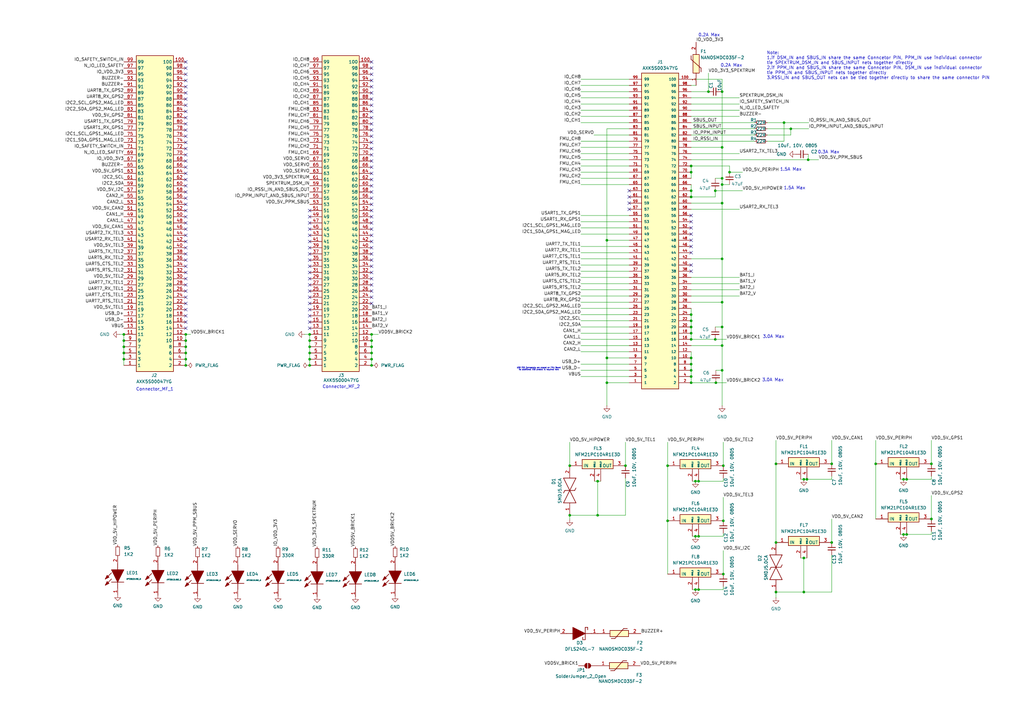
<source format=kicad_sch>
(kicad_sch (version 20250114) (generator "eeschema") (generator_version "9.0")
  (paper "A3")
  (lib_symbols
    (symbol "Device:C_Small" (pin_numbers (hide yes)) (pin_names (offset 0.254) (hide yes))
      (property "Reference" "C" (at 0.254 1.778 0))
      (property "Value" "C_Small" (at 0.254 -2.032 0))
      (symbol "C_Small_1_1"
        (pin passive line (at 0 2.54 270) (length 2.032) (name "~") (number "1"))
        (pin passive line (at 0 -2.54 90) (length 2.032) (name "~") (number "2"))
      )
    )
    (symbol "Device:R_Small" (pin_numbers (hide yes)) (pin_names (offset 0.254) (hide yes))
      (property "Reference" "R" (at 0 0 90))
      (property "Value" "R_Small" (at 1.778 0 90))
      (symbol "R_Small_1_1"
        (pin passive line (at 0 2.54 270) (length 0.762) (name "~") (number "1"))
        (pin passive line (at 0 -2.54 90) (length 0.762) (name "~") (number "2"))
      )
    )
    (symbol "Jumper:SolderJumper_2_Open" (pin_numbers (hide yes)) (pin_names (offset 0) (hide yes)) (in_bom no)
      (property "Reference" "JP" (at 0 2.032 0))
      (property "Value" "SolderJumper_2_Open" (at 0 -2.54 0))
      (symbol "SolderJumper_2_Open_1_1"
        (pin passive line (at -3.81 0 0) (length 2.54) (name "A") (number "1"))
        (pin passive line (at 3.81 0 180) (length 2.54) (name "B") (number "2"))
      )
    )
    (symbol "Samacsys_kicad_sym:APT2012LVBC_D" (pin_names (hide yes))
      (property "Reference" "LED" (at 12.7 8.89 0))
      (property "Value" "APT2012LVBC_D" (at 12.7 6.35 0))
      (symbol "APT2012LVBC_D_1_1"
        (pin passive line (at 0 0 0) (length 2.54) (name "K") (number "1"))
        (pin passive line (at 15.24 0 180) (length 2.54) (name "A") (number "2"))
      )
    )
    (symbol "Samacsys_kicad_sym:AXK5S00047YG"
      (property "Reference" "J" (at 21.59 7.62 0))
      (property "Value" "AXK5S00047YG" (at 21.59 5.08 0))
      (symbol "AXK5S00047YG_1_1"
        (pin passive line (at 0 0 0) (length 5.08) (name "1") (number "1"))
        (pin passive line (at 0 -2.54 0) (length 5.08) (name "3") (number "3"))
        (pin passive line (at 0 -5.08 0) (length 5.08) (name "5") (number "5"))
        (pin passive line (at 0 -7.62 0) (length 5.08) (name "7") (number "7"))
        (pin passive line (at 0 -10.16 0) (length 5.08) (name "9") (number "9"))
        (pin passive line (at 0 -12.7 0) (length 5.08) (name "11") (number "11"))
        (pin passive line (at 0 -15.24 0) (length 5.08) (name "13") (number "13"))
        (pin passive line (at 0 -17.78 0) (length 5.08) (name "15") (number "15"))
        (pin passive line (at 0 -20.32 0) (length 5.08) (name "17") (number "17"))
        (pin passive line (at 0 -22.86 0) (length 5.08) (name "19") (number "19"))
        (pin passive line (at 0 -25.4 0) (length 5.08) (name "21") (number "21"))
        (pin passive line (at 0 -27.94 0) (length 5.08) (name "23") (number "23"))
        (pin passive line (at 0 -30.48 0) (length 5.08) (name "25") (number "25"))
        (pin passive line (at 0 -33.02 0) (length 5.08) (name "27") (number "27"))
        (pin passive line (at 0 -35.56 0) (length 5.08) (name "29") (number "29"))
        (pin passive line (at 0 -38.1 0) (length 5.08) (name "31") (number "31"))
        (pin passive line (at 0 -40.64 0) (length 5.08) (name "33") (number "33"))
        (pin passive line (at 0 -43.18 0) (length 5.08) (name "35") (number "35"))
        (pin passive line (at 0 -45.72 0) (length 5.08) (name "37") (number "37"))
        (pin passive line (at 0 -48.26 0) (length 5.08) (name "39") (number "39"))
        (pin passive line (at 0 -50.8 0) (length 5.08) (name "41") (number "41"))
        (pin passive line (at 0 -53.34 0) (length 5.08) (name "43") (number "43"))
        (pin passive line (at 0 -55.88 0) (length 5.08) (name "45") (number "45"))
        (pin passive line (at 0 -58.42 0) (length 5.08) (name "47") (number "47"))
        (pin passive line (at 0 -60.96 0) (length 5.08) (name "49") (number "49"))
        (pin passive line (at 0 -63.5 0) (length 5.08) (name "51") (number "51"))
        (pin passive line (at 0 -66.04 0) (length 5.08) (name "53") (number "53"))
        (pin passive line (at 0 -68.58 0) (length 5.08) (name "55") (number "55"))
        (pin passive line (at 0 -71.12 0) (length 5.08) (name "57") (number "57"))
        (pin passive line (at 0 -73.66 0) (length 5.08) (name "59") (number "59"))
        (pin passive line (at 0 -76.2 0) (length 5.08) (name "61") (number "61"))
        (pin passive line (at 0 -78.74 0) (length 5.08) (name "63") (number "63"))
        (pin passive line (at 0 -81.28 0) (length 5.08) (name "65") (number "65"))
        (pin passive line (at 0 -83.82 0) (length 5.08) (name "67") (number "67"))
        (pin passive line (at 0 -86.36 0) (length 5.08) (name "69") (number "69"))
        (pin passive line (at 0 -88.9 0) (length 5.08) (name "71") (number "71"))
        (pin passive line (at 0 -91.44 0) (length 5.08) (name "73") (number "73"))
        (pin passive line (at 0 -93.98 0) (length 5.08) (name "75") (number "75"))
        (pin passive line (at 0 -96.52 0) (length 5.08) (name "77") (number "77"))
        (pin passive line (at 0 -99.06 0) (length 5.08) (name "79") (number "79"))
        (pin passive line (at 0 -101.6 0) (length 5.08) (name "81") (number "81"))
        (pin passive line (at 0 -104.14 0) (length 5.08) (name "83") (number "83"))
        (pin passive line (at 0 -106.68 0) (length 5.08) (name "85") (number "85"))
        (pin passive line (at 0 -109.22 0) (length 5.08) (name "87") (number "87"))
        (pin passive line (at 0 -111.76 0) (length 5.08) (name "89") (number "89"))
        (pin passive line (at 0 -114.3 0) (length 5.08) (name "91") (number "91"))
        (pin passive line (at 0 -116.84 0) (length 5.08) (name "93") (number "93"))
        (pin passive line (at 0 -119.38 0) (length 5.08) (name "95") (number "95"))
        (pin passive line (at 0 -121.92 0) (length 5.08) (name "97") (number "97"))
        (pin passive line (at 0 -124.46 0) (length 5.08) (name "99") (number "99"))
        (pin passive line (at 25.4 0 180) (length 5.08) (name "2") (number "2"))
        (pin passive line (at 25.4 -2.54 180) (length 5.08) (name "4") (number "4"))
        (pin passive line (at 25.4 -5.08 180) (length 5.08) (name "6") (number "6"))
        (pin passive line (at 25.4 -7.62 180) (length 5.08) (name "8") (number "8"))
        (pin passive line (at 25.4 -10.16 180) (length 5.08) (name "10") (number "10"))
        (pin passive line (at 25.4 -12.7 180) (length 5.08) (name "12") (number "12"))
        (pin passive line (at 25.4 -15.24 180) (length 5.08) (name "14") (number "14"))
        (pin passive line (at 25.4 -17.78 180) (length 5.08) (name "16") (number "16"))
        (pin passive line (at 25.4 -20.32 180) (length 5.08) (name "18") (number "18"))
        (pin passive line (at 25.4 -22.86 180) (length 5.08) (name "20") (number "20"))
        (pin passive line (at 25.4 -25.4 180) (length 5.08) (name "22") (number "22"))
        (pin passive line (at 25.4 -27.94 180) (length 5.08) (name "24") (number "24"))
        (pin passive line (at 25.4 -30.48 180) (length 5.08) (name "26") (number "26"))
        (pin passive line (at 25.4 -33.02 180) (length 5.08) (name "28") (number "28"))
        (pin passive line (at 25.4 -35.56 180) (length 5.08) (name "30") (number "30"))
        (pin passive line (at 25.4 -38.1 180) (length 5.08) (name "32") (number "32"))
        (pin passive line (at 25.4 -40.64 180) (length 5.08) (name "34") (number "34"))
        (pin passive line (at 25.4 -43.18 180) (length 5.08) (name "36") (number "36"))
        (pin passive line (at 25.4 -45.72 180) (length 5.08) (name "38") (number "38"))
        (pin passive line (at 25.4 -48.26 180) (length 5.08) (name "40") (number "40"))
        (pin passive line (at 25.4 -50.8 180) (length 5.08) (name "42") (number "42"))
        (pin passive line (at 25.4 -53.34 180) (length 5.08) (name "44") (number "44"))
        (pin passive line (at 25.4 -55.88 180) (length 5.08) (name "46") (number "46"))
        (pin passive line (at 25.4 -58.42 180) (length 5.08) (name "48") (number "48"))
        (pin passive line (at 25.4 -60.96 180) (length 5.08) (name "50") (number "50"))
        (pin passive line (at 25.4 -63.5 180) (length 5.08) (name "52") (number "52"))
        (pin passive line (at 25.4 -66.04 180) (length 5.08) (name "54") (number "54"))
        (pin passive line (at 25.4 -68.58 180) (length 5.08) (name "56") (number "56"))
        (pin passive line (at 25.4 -71.12 180) (length 5.08) (name "58") (number "58"))
        (pin passive line (at 25.4 -73.66 180) (length 5.08) (name "60") (number "60"))
        (pin passive line (at 25.4 -76.2 180) (length 5.08) (name "62") (number "62"))
        (pin passive line (at 25.4 -78.74 180) (length 5.08) (name "64") (number "64"))
        (pin passive line (at 25.4 -81.28 180) (length 5.08) (name "66") (number "66"))
        (pin passive line (at 25.4 -83.82 180) (length 5.08) (name "68") (number "68"))
        (pin passive line (at 25.4 -86.36 180) (length 5.08) (name "70") (number "70"))
        (pin passive line (at 25.4 -88.9 180) (length 5.08) (name "72") (number "72"))
        (pin passive line (at 25.4 -91.44 180) (length 5.08) (name "74") (number "74"))
        (pin passive line (at 25.4 -93.98 180) (length 5.08) (name "76") (number "76"))
        (pin passive line (at 25.4 -96.52 180) (length 5.08) (name "78") (number "78"))
        (pin passive line (at 25.4 -99.06 180) (length 5.08) (name "80") (number "80"))
        (pin passive line (at 25.4 -101.6 180) (length 5.08) (name "82") (number "82"))
        (pin passive line (at 25.4 -104.14 180) (length 5.08) (name "84") (number "84"))
        (pin passive line (at 25.4 -106.68 180) (length 5.08) (name "86") (number "86"))
        (pin passive line (at 25.4 -109.22 180) (length 5.08) (name "88") (number "88"))
        (pin passive line (at 25.4 -111.76 180) (length 5.08) (name "90") (number "90"))
        (pin passive line (at 25.4 -114.3 180) (length 5.08) (name "92") (number "92"))
        (pin passive line (at 25.4 -116.84 180) (length 5.08) (name "94") (number "94"))
        (pin passive line (at 25.4 -119.38 180) (length 5.08) (name "96") (number "96"))
        (pin passive line (at 25.4 -121.92 180) (length 5.08) (name "98") (number "98"))
        (pin passive line (at 25.4 -124.46 180) (length 5.08) (name "100") (number "100"))
      )
    )
    (symbol "Samacsys_kicad_sym:DFLS240L-7" (pin_names (hide yes))
      (property "Reference" "D" (at 12.7 8.89 0))
      (property "Value" "DFLS240L-7" (at 12.7 6.35 0))
      (symbol "DFLS240L-7_1_1"
        (pin passive line (at 2.54 0 0) (length 2.54) (name "K") (number "1"))
        (pin passive line (at 17.78 0 180) (length 2.54) (name "A") (number "2"))
      )
    )
    (symbol "Samacsys_kicad_sym:NANOSMDC035F-2" (pin_names (hide yes))
      (property "Reference" "F" (at 13.97 6.35 0))
      (property "Value" "NANOSMDC035F-2" (at 13.97 3.81 0))
      (symbol "NANOSMDC035F-2_1_1"
        (pin passive line (at 0 0 0) (length 5.08) (name "1") (number "1"))
        (pin passive line (at 17.78 0 180) (length 5.08) (name "2") (number "2"))
      )
    )
    (symbol "Samacsys_kicad_sym:NFM21PC104R1E3D"
      (property "Reference" "FL" (at 3.048 7.112 0))
      (property "Value" "NFM21PC104R1E3D" (at 3.048 4.572 0))
      (symbol "NFM21PC104R1E3D_1_1"
        (pin passive line (at 0 0 0) (length 5.08) (name "IN") (number "1"))
        (pin passive line (at 10.16 -6.35 90) (length 5.08) (name "GND_1") (number "2"))
        (pin passive line (at 12.7 -6.35 90) (length 5.08) (name "GND_2") (number "4"))
        (pin passive line (at 22.86 0 180) (length 5.08) (name "OUT") (number "3"))
      )
    )
    (symbol "Samacsys_kicad_sym:SMDJ5.0CA" (pin_names (hide yes))
      (property "Reference" "D" (at 12.7 8.89 0))
      (property "Value" "SMDJ5.0CA" (at 12.7 6.35 0))
      (symbol "SMDJ5.0CA_1_1"
        (pin passive line (at 0 0 0) (length 5.08) (name "1") (number "1"))
        (pin passive line (at 20.32 0 180) (length 5.08) (name "2") (number "2"))
      )
    )
    (symbol "Snapeda_kicad_sym:AXK5S00347YG" (pin_names (offset 1.016))
      (property "Reference" "J" (at 5.842 6.35 0))
      (property "Value" "AXK5S00347YG" (at 5.842 3.81 0))
      (symbol "AXK5S00347YG_0_0"
        (pin passive line (at 0 0 0) (length 5.08) (name "99") (number "99"))
        (pin passive line (at 0 -2.54 0) (length 5.08) (name "97") (number "97"))
        (pin passive line (at 0 -5.08 0) (length 5.08) (name "95") (number "95"))
        (pin passive line (at 0 -7.62 0) (length 5.08) (name "93") (number "93"))
        (pin passive line (at 0 -10.16 0) (length 5.08) (name "91") (number "91"))
        (pin passive line (at 0 -12.7 0) (length 5.08) (name "89") (number "89"))
        (pin passive line (at 0 -15.24 0) (length 5.08) (name "87") (number "87"))
        (pin passive line (at 0 -17.78 0) (length 5.08) (name "85") (number "85"))
        (pin passive line (at 0 -20.32 0) (length 5.08) (name "83") (number "83"))
        (pin passive line (at 0 -22.86 0) (length 5.08) (name "81") (number "81"))
        (pin passive line (at 0 -25.4 0) (length 5.08) (name "79") (number "79"))
        (pin passive line (at 0 -27.94 0) (length 5.08) (name "77") (number "77"))
        (pin passive line (at 0 -30.48 0) (length 5.08) (name "75") (number "75"))
        (pin passive line (at 0 -33.02 0) (length 5.08) (name "73") (number "73"))
        (pin passive line (at 0 -35.56 0) (length 5.08) (name "71") (number "71"))
        (pin passive line (at 0 -38.1 0) (length 5.08) (name "69") (number "69"))
        (pin passive line (at 0 -40.64 0) (length 5.08) (name "67") (number "67"))
        (pin passive line (at 0 -43.18 0) (length 5.08) (name "65") (number "65"))
        (pin passive line (at 0 -45.72 0) (length 5.08) (name "63") (number "63"))
        (pin passive line (at 0 -48.26 0) (length 5.08) (name "61") (number "61"))
        (pin passive line (at 0 -50.8 0) (length 5.08) (name "59") (number "59"))
        (pin passive line (at 0 -53.34 0) (length 5.08) (name "57") (number "57"))
        (pin passive line (at 0 -55.88 0) (length 5.08) (name "55") (number "55"))
        (pin passive line (at 0 -58.42 0) (length 5.08) (name "53") (number "53"))
        (pin passive line (at 0 -60.96 0) (length 5.08) (name "51") (number "51"))
        (pin passive line (at 0 -63.5 0) (length 5.08) (name "49") (number "49"))
        (pin passive line (at 0 -66.04 0) (length 5.08) (name "47") (number "47"))
        (pin passive line (at 0 -68.58 0) (length 5.08) (name "45") (number "45"))
        (pin passive line (at 0 -71.12 0) (length 5.08) (name "43") (number "43"))
        (pin passive line (at 0 -73.66 0) (length 5.08) (name "41") (number "41"))
        (pin passive line (at 0 -76.2 0) (length 5.08) (name "39") (number "39"))
        (pin passive line (at 0 -78.74 0) (length 5.08) (name "37") (number "37"))
        (pin passive line (at 0 -81.28 0) (length 5.08) (name "35") (number "35"))
        (pin passive line (at 0 -83.82 0) (length 5.08) (name "33") (number "33"))
        (pin passive line (at 0 -86.36 0) (length 5.08) (name "31") (number "31"))
        (pin passive line (at 0 -88.9 0) (length 5.08) (name "29") (number "29"))
        (pin passive line (at 0 -91.44 0) (length 5.08) (name "27") (number "27"))
        (pin passive line (at 0 -93.98 0) (length 5.08) (name "25") (number "25"))
        (pin passive line (at 0 -96.52 0) (length 5.08) (name "23") (number "23"))
        (pin passive line (at 0 -99.06 0) (length 5.08) (name "21") (number "21"))
        (pin passive line (at 0 -101.6 0) (length 5.08) (name "19") (number "19"))
        (pin passive line (at 0 -104.14 0) (length 5.08) (name "17") (number "17"))
        (pin passive line (at 0 -106.68 0) (length 5.08) (name "15") (number "15"))
        (pin passive line (at 0 -109.22 0) (length 5.08) (name "13") (number "13"))
        (pin passive line (at 0 -111.76 0) (length 5.08) (name "11") (number "11"))
        (pin passive line (at 0 -114.3 0) (length 5.08) (name "9") (number "9"))
        (pin passive line (at 0 -116.84 0) (length 5.08) (name "7") (number "7"))
        (pin passive line (at 0 -119.38 0) (length 5.08) (name "5") (number "5"))
        (pin passive line (at 0 -121.92 0) (length 5.08) (name "3") (number "3"))
        (pin passive line (at 0 -124.46 0) (length 5.08) (name "1") (number "1"))
        (pin passive line (at 25.4 0 180) (length 5.08) (name "100") (number "100"))
        (pin passive line (at 25.4 -2.54 180) (length 5.08) (name "98") (number "98"))
        (pin passive line (at 25.4 -5.08 180) (length 5.08) (name "96") (number "96"))
        (pin passive line (at 25.4 -7.62 180) (length 5.08) (name "94") (number "94"))
        (pin passive line (at 25.4 -10.16 180) (length 5.08) (name "92") (number "92"))
        (pin passive line (at 25.4 -12.7 180) (length 5.08) (name "90") (number "90"))
        (pin passive line (at 25.4 -15.24 180) (length 5.08) (name "88") (number "88"))
        (pin passive line (at 25.4 -17.78 180) (length 5.08) (name "86") (number "86"))
        (pin passive line (at 25.4 -20.32 180) (length 5.08) (name "84") (number "84"))
        (pin passive line (at 25.4 -22.86 180) (length 5.08) (name "82") (number "82"))
        (pin passive line (at 25.4 -25.4 180) (length 5.08) (name "80") (number "80"))
        (pin passive line (at 25.4 -27.94 180) (length 5.08) (name "78") (number "78"))
        (pin passive line (at 25.4 -30.48 180) (length 5.08) (name "76") (number "76"))
        (pin passive line (at 25.4 -33.02 180) (length 5.08) (name "74") (number "74"))
        (pin passive line (at 25.4 -35.56 180) (length 5.08) (name "72") (number "72"))
        (pin passive line (at 25.4 -38.1 180) (length 5.08) (name "70") (number "70"))
        (pin passive line (at 25.4 -40.64 180) (length 5.08) (name "68") (number "68"))
        (pin passive line (at 25.4 -43.18 180) (length 5.08) (name "66") (number "66"))
        (pin passive line (at 25.4 -45.72 180) (length 5.08) (name "64") (number "64"))
        (pin passive line (at 25.4 -48.26 180) (length 5.08) (name "62") (number "62"))
        (pin passive line (at 25.4 -50.8 180) (length 5.08) (name "60") (number "60"))
        (pin passive line (at 25.4 -53.34 180) (length 5.08) (name "58") (number "58"))
        (pin passive line (at 25.4 -55.88 180) (length 5.08) (name "56") (number "56"))
        (pin passive line (at 25.4 -58.42 180) (length 5.08) (name "54") (number "54"))
        (pin passive line (at 25.4 -60.96 180) (length 5.08) (name "52") (number "52"))
        (pin passive line (at 25.4 -63.5 180) (length 5.08) (name "50") (number "50"))
        (pin passive line (at 25.4 -66.04 180) (length 5.08) (name "48") (number "48"))
        (pin passive line (at 25.4 -68.58 180) (length 5.08) (name "46") (number "46"))
        (pin passive line (at 25.4 -71.12 180) (length 5.08) (name "44") (number "44"))
        (pin passive line (at 25.4 -73.66 180) (length 5.08) (name "42") (number "42"))
        (pin passive line (at 25.4 -76.2 180) (length 5.08) (name "40") (number "40"))
        (pin passive line (at 25.4 -78.74 180) (length 5.08) (name "38") (number "38"))
        (pin passive line (at 25.4 -81.28 180) (length 5.08) (name "36") (number "36"))
        (pin passive line (at 25.4 -83.82 180) (length 5.08) (name "34") (number "34"))
        (pin passive line (at 25.4 -86.36 180) (length 5.08) (name "32") (number "32"))
        (pin passive line (at 25.4 -88.9 180) (length 5.08) (name "30") (number "30"))
        (pin passive line (at 25.4 -91.44 180) (length 5.08) (name "28") (number "28"))
        (pin passive line (at 25.4 -93.98 180) (length 5.08) (name "26") (number "26"))
        (pin passive line (at 25.4 -96.52 180) (length 5.08) (name "24") (number "24"))
        (pin passive line (at 25.4 -99.06 180) (length 5.08) (name "22") (number "22"))
        (pin passive line (at 25.4 -101.6 180) (length 5.08) (name "20") (number "20"))
        (pin passive line (at 25.4 -104.14 180) (length 5.08) (name "18") (number "18"))
        (pin passive line (at 25.4 -106.68 180) (length 5.08) (name "16") (number "16"))
        (pin passive line (at 25.4 -109.22 180) (length 5.08) (name "14") (number "14"))
        (pin passive line (at 25.4 -111.76 180) (length 5.08) (name "12") (number "12"))
        (pin passive line (at 25.4 -114.3 180) (length 5.08) (name "10") (number "10"))
        (pin passive line (at 25.4 -116.84 180) (length 5.08) (name "8") (number "8"))
        (pin passive line (at 25.4 -119.38 180) (length 5.08) (name "6") (number "6"))
        (pin passive line (at 25.4 -121.92 180) (length 5.08) (name "4") (number "4"))
        (pin passive line (at 25.4 -124.46 180) (length 5.08) (name "2") (number "2"))
      )
    )
    (symbol "power:GND" (power) (pin_numbers (hide yes)) (pin_names (offset 0) (hide yes))
      (property "Value" "GND" (at 0 -3.81 0))
      (symbol "GND_1_1"
        (pin power_in line (at 0 0 270) (length 0) (name "~") (number "1"))
      )
    )
    (symbol "power:PWR_FLAG" (power) (pin_numbers (hide yes)) (pin_names (offset 0) (hide yes))
      (property "Value" "PWR_FLAG" (at 0 3.81 0))
      (symbol "PWR_FLAG_0_0"
        (pin power_out line (at 0 0 90) (length 0) (name "~") (number "1"))
      )
    )
  )
  (text "3.0A Max" (at 317.246 138.176 0) (effects (font (size 1.27 1.27))))
  (text "0.2A Max" (at 290.83 14.478 0) (effects (font (size 1.27 1.27))))
  (text "0.3A Max" (at 339.852 62.484 0) (effects (font (size 1.27 1.27))))
  (text "1.5A Max" (at 324.358 69.596 0) (effects (font (size 1.27 1.27))))
  (text "1.5A Max" (at 325.882 77.216 0) (effects (font (size 1.27 1.27))))
  (text "0.2A Max" (at 299.974 26.924 0) (effects (font (size 1.27 1.27))))
  (text "Connector_MF_2" (at 139.954 158.75 0) (effects (font (size 1.27 1.27))))
  (text "3.0A Max" (at 316.992 155.956 0) (effects (font (size 1.27 1.27))))
  (text "USB ESD Componets are placed on FMU Board\nNo additional ESD protect is required here" (at 220.98 151.384 0) (effects (font (size 0.5 0.5))))
  (text "Connector_MF_1" (at 63.5 159.766 0) (effects (font (size 1.27 1.27))))
  (text "Note:\n1.if DSM_IN and SBUS_IN share the same Conncetor PIN, PPM_IN use individual connector\ntie SPEKTRUM_DSM_IN and SBUS_INPUT nets together directly\n2.if PPM_IN and SBUS_IN share the same Conncetor PIN, DSM_IN use individual connector\ntie PPM_IN and SBUS_INPUT nets together directly\n3.RSSI_IN and SBUS_OUT nets can be tied together directly to share the same connector PIN\n" (at 314.452 26.924 0) (effects (font (size 1.27 1.27)) (justify left)))
  (junction (at 359.156 190.246))
  (junction (at 296.672 213.614))
  (junction (at 50.8 147.32))
  (junction (at 248.92 156.972))
  (junction (at 283.464 131.572))
  (junction (at 50.8 144.78))
  (junction (at 382.016 190.246))
  (junction (at 152.4 137.16))
  (junction (at 127 137.16))
  (junction (at 318.262 242.824))
  (junction (at 330.962 196.596))
  (junction (at 76.2 142.24))
  (junction (at 127 149.86))
  (junction (at 329.692 196.596))
  (junction (at 50.8 139.7))
  (junction (at 76.2 137.16))
  (junction (at 127 144.78))
  (junction (at 248.92 146.812))
  (junction (at 283.464 129.032))
  (junction (at 296.164 134.112))
  (junction (at 371.856 219.202))
  (junction (at 245.11 197.358))
  (junction (at 296.164 83.312))
  (junction (at 285.242 197.358))
  (junction (at 273.812 191.008))
  (junction (at 283.464 78.232))
  (junction (at 152.4 142.24))
  (junction (at 293.37 78.232))
  (junction (at 331.47 65.532))
  (junction (at 371.856 196.596))
  (junction (at 299.212 70.612))
  (junction (at 76.2 149.86))
  (junction (at 318.262 222.504))
  (junction (at 296.164 75.692))
  (junction (at 50.8 142.24))
  (junction (at 248.92 98.552))
  (junction (at 318.262 190.246))
  (junction (at 324.358 52.832))
  (junction (at 286.512 219.964))
  (junction (at 296.164 73.152))
  (junction (at 283.464 136.652))
  (junction (at 127 147.32))
  (junction (at 127 142.24))
  (junction (at 152.4 149.86))
  (junction (at 286.512 197.358))
  (junction (at 283.464 70.612))
  (junction (at 293.37 139.192))
  (junction (at 296.164 141.732))
  (junction (at 286.512 241.808))
  (junction (at 152.4 144.78))
  (junction (at 370.586 196.596))
  (junction (at 76.2 139.7))
  (junction (at 256.54 191.008))
  (junction (at 293.624 156.972))
  (junction (at 285.242 219.964))
  (junction (at 283.464 149.352))
  (junction (at 370.586 219.202))
  (junction (at 329.692 228.854))
  (junction (at 341.122 190.246))
  (junction (at 283.464 151.892))
  (junction (at 127 139.7))
  (junction (at 296.164 151.892))
  (junction (at 290.576 37.592))
  (junction (at 283.464 80.772))
  (junction (at 283.464 156.972))
  (junction (at 152.4 139.7))
  (junction (at 296.164 60.452))
  (junction (at 245.11 211.328))
  (junction (at 285.242 241.808))
  (junction (at 233.68 191.008))
  (junction (at 50.8 137.16))
  (junction (at 382.016 212.852))
  (junction (at 76.2 144.78))
  (junction (at 76.2 147.32))
  (junction (at 283.464 139.192))
  (junction (at 296.164 123.952))
  (junction (at 296.672 235.458))
  (junction (at 283.464 68.072))
  (junction (at 296.164 37.592))
  (junction (at 283.464 146.812))
  (junction (at 321.564 50.292))
  (junction (at 152.4 147.32))
  (junction (at 273.812 213.614))
  (junction (at 233.68 211.328))
  (junction (at 329.692 242.824))
  (junction (at 296.164 106.172))
  (junction (at 296.672 191.008))
  (junction (at 341.122 222.504))
  (junction (at 283.464 134.112))
  (junction (at 283.464 154.432))
  (no_connect (at 76.2 71.12))
  (no_connect (at 152.4 106.68))
  (no_connect (at 127 114.3))
  (no_connect (at 152.4 58.42))
  (no_connect (at 76.2 48.26))
  (no_connect (at 152.4 116.84))
  (no_connect (at 76.2 93.98))
  (no_connect (at 283.464 96.012))
  (no_connect (at 152.4 114.3))
  (no_connect (at 152.4 43.18))
  (no_connect (at 76.2 78.74))
  (no_connect (at 152.4 55.88))
  (no_connect (at 76.2 76.2))
  (no_connect (at 76.2 114.3))
  (no_connect (at 258.064 80.772))
  (no_connect (at 76.2 53.34))
  (no_connect (at 127 111.76))
  (no_connect (at 76.2 111.76))
  (no_connect (at 127 127))
  (no_connect (at 76.2 106.68))
  (no_connect (at 76.2 91.44))
  (no_connect (at 152.4 101.6))
  (no_connect (at 152.4 53.34))
  (no_connect (at 127 101.6))
  (no_connect (at 127 93.98))
  (no_connect (at 76.2 99.06))
  (no_connect (at 76.2 25.4))
  (no_connect (at 152.4 93.98))
  (no_connect (at 152.4 109.22))
  (no_connect (at 76.2 27.94))
  (no_connect (at 76.2 109.22))
  (no_connect (at 127 96.52))
  (no_connect (at 127 134.62))
  (no_connect (at 152.4 45.72))
  (no_connect (at 152.4 86.36))
  (no_connect (at 258.064 83.312))
  (no_connect (at 152.4 104.14))
  (no_connect (at 258.064 85.852))
  (no_connect (at 76.2 40.64))
  (no_connect (at 283.464 93.472))
  (no_connect (at 283.464 111.252))
  (no_connect (at 76.2 88.9))
  (no_connect (at 127 132.08))
  (no_connect (at 152.4 76.2))
  (no_connect (at 76.2 86.36))
  (no_connect (at 76.2 60.96))
  (no_connect (at 152.4 27.94))
  (no_connect (at 127 86.36))
  (no_connect (at 152.4 78.74))
  (no_connect (at 76.2 68.58))
  (no_connect (at 258.064 78.232))
  (no_connect (at 76.2 55.88))
  (no_connect (at 152.4 33.02))
  (no_connect (at 127 124.46))
  (no_connect (at 127 99.06))
  (no_connect (at 127 119.38))
  (no_connect (at 283.464 90.932))
  (no_connect (at 127 88.9))
  (no_connect (at 127 121.92))
  (no_connect (at 152.4 91.44))
  (no_connect (at 127 109.22))
  (no_connect (at 152.4 71.12))
  (no_connect (at 127 91.44))
  (no_connect (at 283.464 88.392))
  (no_connect (at 152.4 96.52))
  (no_connect (at 76.2 116.84))
  (no_connect (at 283.464 101.092))
  (no_connect (at 76.2 134.62))
  (no_connect (at 127 129.54))
  (no_connect (at 152.4 25.4))
  (no_connect (at 152.4 99.06))
  (no_connect (at 152.4 40.64))
  (no_connect (at 283.464 108.712))
  (no_connect (at 76.2 121.92))
  (no_connect (at 283.464 103.632))
  (no_connect (at 76.2 38.1))
  (no_connect (at 76.2 50.8))
  (no_connect (at 127 106.68))
  (no_connect (at 76.2 124.46))
  (no_connect (at 76.2 35.56))
  (no_connect (at 152.4 50.8))
  (no_connect (at 76.2 66.04))
  (no_connect (at 76.2 58.42))
  (no_connect (at 76.2 132.08))
  (no_connect (at 76.2 101.6))
  (no_connect (at 152.4 60.96))
  (no_connect (at 152.4 30.48))
  (no_connect (at 152.4 63.5))
  (no_connect (at 76.2 45.72))
  (no_connect (at 127 116.84))
  (no_connect (at 152.4 83.82))
  (no_connect (at 76.2 43.18))
  (no_connect (at 76.2 83.82))
  (no_connect (at 76.2 129.54))
  (no_connect (at 152.4 38.1))
  (no_connect (at 152.4 119.38))
  (no_connect (at 76.2 127))
  (no_connect (at 76.2 96.52))
  (no_connect (at 152.4 73.66))
  (no_connect (at 152.4 48.26))
  (no_connect (at 76.2 104.14))
  (no_connect (at 127 104.14))
  (no_connect (at 76.2 33.02))
  (no_connect (at 76.2 81.28))
  (no_connect (at 152.4 68.58))
  (no_connect (at 152.4 88.9))
  (no_connect (at 152.4 35.56))
  (no_connect (at 152.4 124.46))
  (no_connect (at 76.2 30.48))
  (no_connect (at 152.4 111.76))
  (no_connect (at 76.2 119.38))
  (no_connect (at 76.2 63.5))
  (no_connect (at 152.4 66.04))
  (no_connect (at 152.4 121.92))
  (no_connect (at 76.2 73.66))
  (no_connect (at 152.4 81.28))
  (no_connect (at 283.464 98.552))
  (wire (pts (xy 152.4 144.78) (xy 152.4 147.32)))
  (wire (pts (xy 258.064 90.932) (xy 238.252 90.932)))
  (wire (pts (xy 283.464 113.792) (xy 303.276 113.792)))
  (wire (pts (xy 283.972 219.964) (xy 285.242 219.964)))
  (wire (pts (xy 152.4 142.24) (xy 152.4 144.78)))
  (wire (pts (xy 152.4 139.7) (xy 152.4 142.24)))
  (wire (pts (xy 258.064 149.352) (xy 238.252 149.352)))
  (wire (pts (xy 273.812 181.356) (xy 273.812 191.008)))
  (wire (pts (xy 248.92 146.812) (xy 258.064 146.812)))
  (wire (pts (xy 371.856 219.202) (xy 382.016 219.202)))
  (wire (pts (xy 283.464 123.952) (xy 296.164 123.952)))
  (wire (pts (xy 283.464 131.572) (xy 283.464 134.112)))
  (wire (pts (xy 258.064 42.672) (xy 238.252 42.672)))
  (wire (pts (xy 127 147.32) (xy 127 149.86)))
  (wire (pts (xy 293.37 139.192) (xy 297.942 139.192)))
  (wire (pts (xy 321.564 50.292) (xy 331.724 50.292)))
  (wire (pts (xy 258.064 141.732) (xy 238.252 141.732)))
  (wire (pts (xy 76.2 142.24) (xy 76.2 144.78)))
  (wire (pts (xy 258.064 40.132) (xy 238.252 40.132)))
  (wire (pts (xy 341.122 180.594) (xy 341.122 190.246)))
  (wire (pts (xy 127 139.7) (xy 127 142.24)))
  (wire (pts (xy 369.316 196.596) (xy 370.586 196.596)))
  (wire (pts (xy 324.358 52.832) (xy 331.724 52.832)))
  (wire (pts (xy 233.68 211.328) (xy 233.68 213.106)))
  (wire (pts (xy 296.164 83.312) (xy 296.164 106.172)))
  (wire (pts (xy 283.464 80.772) (xy 293.37 80.772)))
  (wire (pts (xy 283.464 52.832) (xy 309.626 52.832)))
  (wire (pts (xy 299.212 70.612) (xy 304.546 70.612)))
  (wire (pts (xy 371.856 196.596) (xy 382.016 196.596)))
  (wire (pts (xy 127 142.24) (xy 127 144.78)))
  (wire (pts (xy 127 137.16) (xy 127 139.7)))
  (wire (pts (xy 258.064 134.112) (xy 238.252 134.112)))
  (wire (pts (xy 370.586 219.202) (xy 371.856 219.202)))
  (wire (pts (xy 321.564 57.912) (xy 314.706 57.912)))
  (wire (pts (xy 324.358 52.832) (xy 324.358 55.372)))
  (wire (pts (xy 258.064 52.832) (xy 248.92 52.832)))
  (wire (pts (xy 283.464 75.692) (xy 283.464 78.232)))
  (wire (pts (xy 293.37 78.232) (xy 304.546 78.232)))
  (wire (pts (xy 341.122 196.596) (xy 341.122 195.326)))
  (wire (pts (xy 329.692 228.854) (xy 330.962 228.854)))
  (wire (pts (xy 283.464 65.532) (xy 331.47 65.532)))
  (wire (pts (xy 331.47 65.532) (xy 335.788 65.532)))
  (wire (pts (xy 359.156 180.594) (xy 359.156 190.246)))
  (wire (pts (xy 296.164 75.692) (xy 299.212 75.692)))
  (wire (pts (xy 283.464 144.272) (xy 283.464 146.812)))
  (wire (pts (xy 50.8 147.32) (xy 50.8 149.86)))
  (wire (pts (xy 283.464 68.072) (xy 283.464 70.612)))
  (wire (pts (xy 248.92 156.972) (xy 248.92 166.37)))
  (wire (pts (xy 258.064 35.052) (xy 238.252 35.052)))
  (wire (pts (xy 283.464 146.812) (xy 283.464 149.352)))
  (wire (pts (xy 50.8 144.78) (xy 50.8 147.32)))
  (wire (pts (xy 152.4 137.16) (xy 152.4 139.7)))
  (wire (pts (xy 248.92 156.972) (xy 258.064 156.972)))
  (wire (pts (xy 296.672 203.962) (xy 296.672 213.614)))
  (wire (pts (xy 258.064 93.472) (xy 238.252 93.472)))
  (wire (pts (xy 78.232 137.16) (xy 76.2 137.16)))
  (wire (pts (xy 283.464 40.132) (xy 303.276 40.132)))
  (wire (pts (xy 258.064 75.692) (xy 238.252 75.692)))
  (wire (pts (xy 258.064 113.792) (xy 238.252 113.792)))
  (wire (pts (xy 258.064 103.632) (xy 238.252 103.632)))
  (wire (pts (xy 243.84 197.358) (xy 245.11 197.358)))
  (wire (pts (xy 283.464 70.612) (xy 283.464 73.152)))
  (wire (pts (xy 283.464 45.212) (xy 303.276 45.212)))
  (wire (pts (xy 382.016 203.2) (xy 382.016 212.852)))
  (wire (pts (xy 293.37 80.772) (xy 293.37 78.232)))
  (wire (pts (xy 328.422 228.854) (xy 329.692 228.854)))
  (wire (pts (xy 258.064 96.012) (xy 238.252 96.012)))
  (wire (pts (xy 296.164 141.732) (xy 296.164 151.892)))
  (wire (pts (xy 329.692 228.854) (xy 329.692 242.824)))
  (wire (pts (xy 290.576 37.592) (xy 283.464 37.592)))
  (wire (pts (xy 258.064 154.432) (xy 238.252 154.432)))
  (wire (pts (xy 258.064 32.512) (xy 238.252 32.512)))
  (wire (pts (xy 318.262 242.824) (xy 318.262 245.11)))
  (wire (pts (xy 50.8 139.7) (xy 50.8 142.24)))
  (wire (pts (xy 318.262 180.594) (xy 318.262 190.246)))
  (wire (pts (xy 286.512 197.358) (xy 296.672 197.358)))
  (wire (pts (xy 283.464 47.752) (xy 303.276 47.752)))
  (wire (pts (xy 76.2 144.78) (xy 76.2 147.32)))
  (wire (pts (xy 331.47 63.246) (xy 331.47 65.532)))
  (wire (pts (xy 296.672 225.806) (xy 296.672 235.458)))
  (wire (pts (xy 258.064 47.752) (xy 238.252 47.752)))
  (wire (pts (xy 318.262 190.246) (xy 318.262 222.504)))
  (wire (pts (xy 296.164 75.692) (xy 296.164 83.312)))
  (wire (pts (xy 286.512 241.808) (xy 296.672 241.808)))
  (wire (pts (xy 283.464 139.192) (xy 293.37 139.192)))
  (wire (pts (xy 258.064 55.372) (xy 243.586 55.372)))
  (wire (pts (xy 283.464 136.652) (xy 283.464 139.192)))
  (wire (pts (xy 283.972 197.358) (xy 285.242 197.358)))
  (wire (pts (xy 283.464 78.232) (xy 283.464 80.772)))
  (wire (pts (xy 245.11 211.328) (xy 256.54 211.328)))
  (wire (pts (xy 127 144.78) (xy 127 147.32)))
  (wire (pts (xy 283.464 106.172) (xy 296.164 106.172)))
  (wire (pts (xy 296.164 106.172) (xy 296.164 123.952)))
  (wire (pts (xy 283.464 129.032) (xy 283.464 131.572)))
  (wire (pts (xy 283.464 121.412) (xy 303.276 121.412)))
  (wire (pts (xy 283.464 118.872) (xy 303.276 118.872)))
  (wire (pts (xy 152.4 147.32) (xy 152.4 149.86)))
  (wire (pts (xy 329.692 196.596) (xy 330.962 196.596)))
  (wire (pts (xy 258.064 57.912) (xy 238.252 57.912)))
  (wire (pts (xy 314.706 52.832) (xy 324.358 52.832)))
  (wire (pts (xy 258.064 116.332) (xy 238.252 116.332)))
  (wire (pts (xy 283.972 241.808) (xy 285.242 241.808)))
  (wire (pts (xy 293.624 151.892) (xy 296.164 151.892)))
  (wire (pts (xy 49.022 137.16) (xy 50.8 137.16)))
  (wire (pts (xy 258.064 65.532) (xy 238.252 65.532)))
  (wire (pts (xy 258.064 123.952) (xy 238.252 123.952)))
  (wire (pts (xy 296.672 241.808) (xy 296.672 240.538)))
  (wire (pts (xy 258.064 88.392) (xy 238.252 88.392)))
  (wire (pts (xy 258.064 129.032) (xy 238.252 129.032)))
  (wire (pts (xy 285.242 241.808) (xy 286.512 241.808)))
  (wire (pts (xy 296.164 151.892) (xy 296.164 166.37)))
  (wire (pts (xy 382.016 219.202) (xy 382.016 217.932)))
  (wire (pts (xy 283.464 62.992) (xy 303.276 62.992)))
  (wire (pts (xy 382.016 196.596) (xy 382.016 195.326)))
  (wire (pts (xy 283.464 35.052) (xy 285.496 35.052)))
  (wire (pts (xy 248.92 146.812) (xy 248.92 156.972)))
  (wire (pts (xy 286.512 219.964) (xy 296.672 219.964)))
  (wire (pts (xy 296.164 32.512) (xy 296.164 37.592)))
  (wire (pts (xy 273.812 213.614) (xy 273.812 235.458)))
  (wire (pts (xy 283.464 141.732) (xy 296.164 141.732)))
  (wire (pts (xy 233.68 181.356) (xy 233.68 191.008)))
  (wire (pts (xy 258.064 131.572) (xy 238.252 131.572)))
  (wire (pts (xy 283.464 68.072) (xy 299.212 68.072)))
  (wire (pts (xy 283.464 156.972) (xy 293.624 156.972)))
  (wire (pts (xy 296.672 219.964) (xy 296.672 218.694)))
  (wire (pts (xy 382.016 180.594) (xy 382.016 190.246)))
  (wire (pts (xy 258.064 121.412) (xy 238.252 121.412)))
  (wire (pts (xy 283.464 55.372) (xy 309.626 55.372)))
  (wire (pts (xy 283.464 149.352) (xy 283.464 151.892)))
  (wire (pts (xy 299.212 68.072) (xy 299.212 70.612)))
  (wire (pts (xy 283.464 83.312) (xy 296.164 83.312)))
  (wire (pts (xy 283.464 154.432) (xy 283.464 156.972)))
  (wire (pts (xy 258.064 118.872) (xy 238.252 118.872)))
  (wire (pts (xy 290.576 29.972) (xy 290.576 37.592)))
  (wire (pts (xy 296.164 73.152) (xy 296.164 75.692)))
  (wire (pts (xy 285.242 197.358) (xy 286.512 197.358)))
  (wire (pts (xy 321.564 50.292) (xy 321.564 57.912)))
  (wire (pts (xy 258.064 70.612) (xy 238.252 70.612)))
  (wire (pts (xy 256.54 211.328) (xy 256.54 196.088)))
  (wire (pts (xy 248.92 98.552) (xy 248.92 146.812)))
  (wire (pts (xy 258.064 73.152) (xy 238.252 73.152)))
  (wire (pts (xy 295.656 37.592) (xy 296.164 37.592)))
  (wire (pts (xy 273.812 191.008) (xy 273.812 213.614)))
  (wire (pts (xy 258.064 139.192) (xy 238.252 139.192)))
  (wire (pts (xy 248.92 52.832) (xy 248.92 98.552)))
  (wire (pts (xy 258.064 136.652) (xy 238.252 136.652)))
  (wire (pts (xy 285.242 219.964) (xy 286.512 219.964)))
  (wire (pts (xy 258.064 62.992) (xy 238.252 62.992)))
  (wire (pts (xy 258.064 108.712) (xy 238.252 108.712)))
  (wire (pts (xy 341.122 212.852) (xy 341.122 222.504)))
  (wire (pts (xy 155.194 137.16) (xy 152.4 137.16)))
  (wire (pts (xy 293.624 156.972) (xy 297.942 156.972)))
  (wire (pts (xy 296.164 134.112) (xy 296.164 141.732)))
  (wire (pts (xy 296.672 181.356) (xy 296.672 191.008)))
  (wire (pts (xy 258.064 111.252) (xy 238.252 111.252)))
  (wire (pts (xy 341.122 242.824) (xy 341.122 227.584)))
  (wire (pts (xy 370.586 196.596) (xy 371.856 196.596)))
  (wire (pts (xy 324.358 55.372) (xy 314.706 55.372)))
  (wire (pts (xy 50.8 142.24) (xy 50.8 144.78)))
  (wire (pts (xy 328.422 196.596) (xy 329.692 196.596)))
  (wire (pts (xy 258.064 144.272) (xy 238.252 144.272)))
  (wire (pts (xy 248.92 98.552) (xy 258.064 98.552)))
  (wire (pts (xy 296.672 197.358) (xy 296.672 196.088)))
  (wire (pts (xy 283.464 42.672) (xy 303.276 42.672)))
  (wire (pts (xy 258.064 68.072) (xy 238.252 68.072)))
  (wire (pts (xy 76.2 137.16) (xy 76.2 139.7)))
  (wire (pts (xy 124.968 137.16) (xy 127 137.16)))
  (wire (pts (xy 256.54 181.356) (xy 256.54 191.008)))
  (wire (pts (xy 296.164 37.592) (xy 296.164 60.452)))
  (wire (pts (xy 296.164 123.952) (xy 296.164 134.112)))
  (wire (pts (xy 283.464 57.912) (xy 309.626 57.912)))
  (wire (pts (xy 283.464 116.332) (xy 303.276 116.332)))
  (wire (pts (xy 258.064 45.212) (xy 238.252 45.212)))
  (wire (pts (xy 50.8 137.16) (xy 50.8 139.7)))
  (wire (pts (xy 359.156 190.246) (xy 359.156 212.852)))
  (wire (pts (xy 258.064 126.492) (xy 238.252 126.492)))
  (wire (pts (xy 258.064 106.172) (xy 238.252 106.172)))
  (wire (pts (xy 283.464 85.852) (xy 303.276 85.852)))
  (wire (pts (xy 76.2 147.32) (xy 76.2 149.86)))
  (wire (pts (xy 283.464 134.112) (xy 283.464 136.652)))
  (wire (pts (xy 283.464 151.892) (xy 283.464 154.432)))
  (wire (pts (xy 283.464 32.512) (xy 296.164 32.512)))
  (wire (pts (xy 76.2 139.7) (xy 76.2 142.24)))
  (wire (pts (xy 258.064 60.452) (xy 238.252 60.452)))
  (wire (pts (xy 283.464 50.292) (xy 309.626 50.292)))
  (wire (pts (xy 258.064 50.292) (xy 238.252 50.292)))
  (wire (pts (xy 258.064 101.092) (xy 238.252 101.092)))
  (wire (pts (xy 245.11 197.358) (xy 246.38 197.358)))
  (wire (pts (xy 318.262 242.824) (xy 329.692 242.824)))
  (wire (pts (xy 293.37 134.112) (xy 296.164 134.112)))
  (wire (pts (xy 283.464 60.452) (xy 296.164 60.452)))
  (wire (pts (xy 369.316 219.202) (xy 370.586 219.202)))
  (wire (pts (xy 258.064 151.892) (xy 238.252 151.892)))
  (wire (pts (xy 245.11 197.358) (xy 245.11 211.328)))
  (wire (pts (xy 283.464 126.492) (xy 283.464 129.032)))
  (wire (pts (xy 329.692 242.824) (xy 341.122 242.824)))
  (wire (pts (xy 233.68 211.328) (xy 245.11 211.328)))
  (wire (pts (xy 258.064 37.592) (xy 238.252 37.592)))
  (wire (pts (xy 330.962 196.596) (xy 341.122 196.596)))
  (wire (pts (xy 314.706 50.292) (xy 321.564 50.292)))
  (wire (pts (xy 296.164 60.452) (xy 296.164 73.152)))
  (wire (pts (xy 293.37 73.152) (xy 296.164 73.152)))
  (label "VBUS" (at 238.252 154.432 180))
  (label "IO_CH7" (at 238.252 35.052 180))
  (label "UART7_RX_TEL1" (at 50.8 119.38 180))
  (label "USB_D+" (at 50.8 129.54 180))
  (label "I2C2_SCL_GPS2_MAG_LED" (at 50.8 43.18 180))
  (label "VDD_5V_PERIPH" (at 304.546 70.612 0))
  (label "USB_D+" (at 238.252 149.352 180))
  (label "IO_PPM_INPUT_AND_SBUS_INPUT" (at 127 81.28 180))
  (label "IO_VDD_3V3" (at 50.8 66.04 180))
  (label "VDD_5V_PERIPH" (at 359.156 180.594 0))
  (label "IO_SAFETY_SWITCH_IN" (at 50.8 25.4 180))
  (label "IO_CH6" (at 127 30.48 180))
  (label "USART1_RX_GPS1" (at 50.8 53.34 180))
  (label "IO_VDD_3V3" (at 285.496 17.272 0))
  (label "UART7_CTS_TEL1" (at 50.8 121.92 180))
  (label "FMU_CH7" (at 238.252 60.452 180))
  (label "BAT1_V" (at 303.276 116.332 0))
  (label "USART1_TX_GPS1" (at 238.252 88.392 180))
  (label "IO_VDD_3V3" (at 50.8 30.48 180))
  (label "VDD_5V_PERIPH" (at 262.636 273.05 0))
  (label "VDD_5V_GPS2" (at 382.016 203.2 0))
  (label "FMU_CH8" (at 127 45.72 180))
  (label "FMU_CH3" (at 238.252 70.612 180))
  (label "VDD5V_BRICK2" (at 155.194 137.16 0))
  (label "BAT2_I" (at 303.276 118.872 0))
  (label "BUZZER+" (at 262.89 259.842 0))
  (label "VDD_SERVO" (at 243.586 55.372 180))
  (label "VDD5V_BRICK2" (at 297.942 156.972 0))
  (label "VDD_SERVO" (at 127 68.58 180))
  (label "USART1_RX_GPS1" (at 238.252 90.932 180))
  (label "USB_D-" (at 50.8 132.08 180))
  (label "IO_VDD_3V3" (at 114.046 224.028 90))
  (label "UART5_RX_TEL2" (at 238.252 113.792 180))
  (label "I2C1_SCL_GPS1_MAG_LED" (at 50.8 55.88 180))
  (label "IO_CH7" (at 127 27.94 180))
  (label "SBUS_OUT" (at 284.226 50.292 0))
  (label "UART8_RX_GPS2" (at 50.8 40.64 180))
  (label "VDD_5V_I2C" (at 296.672 225.806 0))
  (label "N_IO_LED_SAFETY" (at 50.8 27.94 180))
  (label "VDD_5V_TEL2" (at 50.8 114.3 180))
  (label "VDD_5V_PPM_SBUS" (at 127 83.82 180))
  (label "VDD_5V_TEL1" (at 256.54 181.356 0))
  (label "VDD_5V_HIPOWER" (at 48.26 223.52 90))
  (label "I2C2_SCL" (at 238.252 131.572 180))
  (label "FMU_CH4" (at 127 55.88 180))
  (label "USART2_TX_TEL3" (at 303.276 62.992 0))
  (label "UART5_TX_TEL2" (at 238.252 111.252 180))
  (label "VDD5V_BRICK1" (at 145.796 224.282 90))
  (label "VDD_5V_PERIPH" (at 229.87 259.842 180))
  (label " I2C2_SDA_GPS2_MAG_LED" (at 50.8 45.72 180))
  (label "IO_CH1" (at 127 43.18 180))
  (label "IO_SAFETY_SWITCH_IN" (at 50.8 60.96 180))
  (label "VDD_SERVO" (at 127 66.04 180))
  (label "FMU_CH6" (at 238.252 62.992 180))
  (label "CAN1_L" (at 238.252 139.192 180))
  (label "UART7_TX_TEL1" (at 238.252 101.092 180))
  (label "VDD_3V3_SPEKTRUM" (at 130.048 224.282 90))
  (label "I2C2_SDA" (at 50.8 76.2 180))
  (label "N_IO_LED_SAFETY" (at 303.276 45.212 0))
  (label "USART2_RX_TEL3" (at 50.8 99.06 180))
  (label "CAN1_H" (at 238.252 136.652 180))
  (label "FMU_CH2" (at 238.252 73.152 180))
  (label "I2C2_SCL_GPS2_MAG_LED" (at 238.252 126.492 180))
  (label "VDD_3V3_SPEKTRUM" (at 127 73.66 180))
  (label "VDD_5V_TEL1" (at 50.8 127 180))
  (label "VBUS" (at 50.8 134.62 180))
  (label "VDD_5V_CAN1" (at 341.122 180.594 0))
  (label "IO_SAFETY_SWITCH_IN" (at 303.276 42.672 0))
  (label "UART5_CTS_TEL2" (at 50.8 109.22 180))
  (label "BAT2_V" (at 303.276 121.412 0))
  (label "IO_CH3" (at 238.252 45.212 180))
  (label "VDD_5V_TEL2" (at 296.672 181.356 0))
  (label "BAT1_I" (at 303.276 113.792 0))
  (label "UART7_RTS_TEL1" (at 238.252 108.712 180))
  (label "USART2_TX_TEL3" (at 50.8 96.52 180))
  (label "IO_CH1" (at 238.252 50.292 180))
  (label "IO_RSSI_IN" (at 284.226 57.912 0))
  (label "FMU_CH6" (at 127 50.8 180))
  (label "I2C2_SCL" (at 50.8 73.66 180))
  (label "VDD_5V_CAN2" (at 50.8 86.36 180))
  (label "CAN2_L" (at 50.8 83.82 180))
  (label "VDD_5V_TEL3" (at 296.672 203.962 0))
  (label "I2C1_SDA_GPS1_MAG_LED" (at 238.252 96.012 180))
  (label "CAN2_L" (at 238.252 144.272 180))
  (label "VDD_5V_CAN2" (at 341.122 212.852 0))
  (label "IO_CH4" (at 238.252 42.672 180))
  (label "CAN2_H" (at 50.8 81.28 180))
  (label "UART8_TX_GPS2" (at 238.252 121.412 180))
  (label "BUZZER-" (at 303.276 47.752 0))
  (label "UART7_CTS_TEL1" (at 238.252 106.172 180))
  (label "BUZZER-" (at 50.8 33.02 180))
  (label "UART5_RTS_TEL2" (at 238.252 118.872 180))
  (label "VDD5V_BRICK1" (at 237.236 273.05 180))
  (label "FMU_CH5" (at 238.252 65.532 180))
  (label "FMU_CH1" (at 238.252 75.692 180))
  (label "SBUS_INPUT" (at 284.226 52.832 0))
  (label "IO_PPM_INPUT" (at 284.226 55.372 0))
  (label "VDD_5V_HIPOWER" (at 304.546 78.232 0))
  (label "VDD_5V_PPM_SBUS" (at 81.026 224.028 90))
  (label "IO_CH2" (at 127 40.64 180))
  (label "UART7_RX_TEL1" (at 238.252 103.632 180))
  (label "IO_CH6" (at 238.252 37.592 180))
  (label "IO_RSSI_IN_AND_SBUS_OUT" (at 331.724 50.292 0))
  (label "CAN2_H" (at 238.252 141.732 180))
  (label "IO_CH5" (at 238.252 40.132 180))
  (label "FMU_CH7" (at 127 48.26 180))
  (label "VDD_5V_PPM_SBUS" (at 335.788 65.532 0))
  (label "FMU_CH8" (at 238.252 57.912 180))
  (label "BAT2_V" (at 152.4 134.62 0))
  (label "BUZZER-" (at 50.8 68.58 180))
  (label "CAN1_L" (at 50.8 91.44 180))
  (label "VDD5V_BRICK2" (at 162.052 224.028 90))
  (label "VDD_5V_PERIPH" (at 318.262 180.594 0))
  (label "VDD_5V_PERIPH" (at 64.77 223.774 90))
  (label "IO_CH2" (at 238.252 47.752 180))
  (label "VDD_5V_GPS1" (at 50.8 71.12 180))
  (label "BUZZER+" (at 50.8 35.56 180))
  (label "USART2_RX_TEL3" (at 303.276 85.852 0))
  (label "BAT1_V" (at 152.4 129.54 0))
  (label "I2C2_SDA" (at 238.252 134.112 180))
  (label "USART1_TX_GPS1" (at 50.8 50.8 180))
  (label "USB_D-" (at 238.252 151.892 180))
  (label "VDD_5V_PERIPH" (at 273.812 181.356 0))
  (label "FMU_CH1" (at 127 63.5 180))
  (label "VDD_5V_I2C" (at 50.8 78.74 180))
  (label "FMU_CH3" (at 127 58.42 180))
  (label "I2C1_SDA_GPS1_MAG_LED" (at 50.8 58.42 180))
  (label "UART7_TX_TEL1" (at 50.8 116.84 180))
  (label "FMU_CH4" (at 238.252 68.072 180))
  (label "VDD_5V_GPS2" (at 50.8 48.26 180))
  (label "BAT2_I" (at 152.4 132.08 0))
  (label "VDD_5V_HIPOWER" (at 233.68 181.356 0))
  (label "IO_CH4" (at 127 35.56 180))
  (label "VDD_5V_GPS1" (at 382.016 180.594 0))
  (label "CAN1_H" (at 50.8 88.9 180))
  (label "VDD5V_BRICK1" (at 297.942 139.192 0))
  (label "FMU_CH5" (at 127 53.34 180))
  (label "VDD_SERVO" (at 97.536 224.028 90))
  (label "SPEKTRUM_DSM_IN" (at 127 76.2 180))
  (label "UART5_RX_TEL2" (at 50.8 106.68 180))
  (label "IO_CH8" (at 127 25.4 180))
  (label "VDD_SERVO" (at 127 71.12 180))
  (label "IO_RSSI_IN_AND_SBUS_OUT" (at 127 78.74 180))
  (label "IO_CH8" (at 238.252 32.512 180))
  (label "UART5_TX_TEL2" (at 50.8 104.14 180))
  (label "VDD_3V3_SPEKTRUM" (at 290.576 29.972 0))
  (label "UART7_RTS_TEL1" (at 50.8 124.46 180))
  (label "N_IO_LED_SAFETY" (at 50.8 63.5 180))
  (label "VDD_5V_TEL3" (at 50.8 101.6 180))
  (label "UART5_CTS_TEL2" (at 238.252 116.332 180))
  (label " I2C2_SDA_GPS2_MAG_LED" (at 238.252 129.032 180))
  (label "FMU_CH2" (at 127 60.96 180))
  (label "VDD5V_BRICK1" (at 78.232 137.16 0))
  (label "I2C1_SCL_GPS1_MAG_LED" (at 238.252 93.472 180))
  (label "UART5_RTS_TEL2" (at 50.8 111.76 180))
  (label "BAT1_I" (at 152.4 127 0))
  (label "IO_CH5" (at 127 33.02 180))
  (label "UART8_TX_GPS2" (at 50.8 38.1 180))
  (label "UART8_RX_GPS2" (at 238.252 123.952 180))
  (label "IO_CH3" (at 127 38.1 180))
  (label "VDD_5V_CAN1" (at 50.8 93.98 180))
  (label "SPEKTRUM_DSM_IN" (at 303.276 40.132 0))
  (label "IO_PPM_INPUT_AND_SBUS_INPUT" (at 331.724 52.832 0))
  (symbol (lib_id "Device:C_Small") (at 293.624 154.432 0) (unit 1)
    (property "Reference" "C6" (at 288.29 152.908 0) (effects (justify left)))
    (property "Value" "47uF" (at 287.02 155.956 0) (effects (justify left)))
    (property "Footprint" "Capacitor_SMD:C_0805_2012Metric_Pad1.18x1.45mm_HandSolder" (effects (hide yes)))
    (property "Description" "Unpolarized capacitor, small symbol" (effects (hide yes)))
  )
  (symbol (lib_id "Samacsys_kicad_sym:NFM21PC104R1E3D") (at 273.812 213.614 0) (unit 1)
    (property "Reference" "FL6" (at 285.242 206.502 0))
    (property "Value" "NFM21PC104R1E3D" (at 285.242 209.042 0))
    (property "Footprint" "Samacsys_kicad_sym:NFM21PC104R1E3D" (effects (hide yes)))
    (property "Datasheet" "https://search.murata.co.jp/Ceramy/image/img/A01X/G101/ENG/NFM21PC104R1E3-0-680.pdf" (effects (hide yes)))
    (property "Description" "Capacitor L=2.0mm W=1.25mm T=0.85mm" (effects (hide yes)))
    (property "Height" "0.95" (effects (hide yes)))
    (property "Mouser Part Number" "81-NFM21PC104R1E3D" (effects (hide yes)))
    (property "Mouser Price/Stock" "https://www.mouser.co.uk/ProductDetail/Murata-Electronics/NFM21PC104R1E3D?qs=8PivYkE13dmeIs0sgT9NjA%3D%3D" (effects (hide yes)))
    (property "Manufacturer_Name" "Murata Electronics" (effects (hide yes)))
    (property "Manufacturer_Part_Number" "NFM21PC104R1E3D" (effects (hide yes)))
  )
  (symbol (lib_id "Device:R_Small") (at 312.166 52.832 90) (unit 1)
    (property "Reference" "R2" (at 309.118 51.816 90))
    (property "Value" "22R" (at 312.166 52.832 90))
    (property "Footprint" "Resistor_SMD:R_0805_2012Metric_Pad1.20x1.40mm_HandSolder" (effects (hide yes)))
    (property "Description" "Resistor, small symbol" (effects (hide yes)))
  )
  (symbol (lib_id "power:GND") (at 296.164 166.37 0) (unit 1)
    (property "Reference" "#PWR05" (effects (hide yes)))
    (property "Value" "GND" (at 296.164 170.942 0))
    (property "Description" "Power symbol creates a global label with name \"GND\" , ground" (effects (hide yes)))
  )
  (symbol (lib_id "power:GND") (at 124.968 137.16 270) (unit 1)
    (property "Reference" "#PWR03" (effects (hide yes)))
    (property "Value" "GND" (at 120.904 137.1599 90) (effects (justify right)))
    (property "Description" "Power symbol creates a global label with name \"GND\" , ground" (effects (hide yes)))
  )
  (symbol (lib_id "Device:C_Small") (at 382.016 215.392 0) (unit 1)
    (property "Reference" "C11" (at 383.032 221.742 90) (effects (justify left)))
    (property "Value" "10uF, 10V, 0805" (at 385.572 221.742 90) (effects (justify left)))
    (property "Footprint" "Capacitor_SMD:C_0805_2012Metric_Pad1.18x1.45mm_HandSolder" (effects (hide yes)))
    (property "Description" "Unpolarized capacitor, small symbol" (effects (hide yes)))
  )
  (symbol (lib_id "power:GND") (at 285.242 219.964 0) (unit 1)
    (property "Reference" "#PWR011" (effects (hide yes)))
    (property "Value" "GND" (at 285.242 224.536 0))
    (property "Description" "Power symbol creates a global label with name \"GND\" , ground" (effects (hide yes)))
  )
  (symbol (lib_id "Samacsys_kicad_sym:NFM21PC104R1E3D") (at 273.812 191.008 0) (unit 1)
    (property "Reference" "FL4" (at 285.242 183.896 0))
    (property "Value" "NFM21PC104R1E3D" (at 285.242 186.436 0))
    (property "Footprint" "Samacsys_kicad_sym:NFM21PC104R1E3D" (effects (hide yes)))
    (property "Datasheet" "https://search.murata.co.jp/Ceramy/image/img/A01X/G101/ENG/NFM21PC104R1E3-0-680.pdf" (effects (hide yes)))
    (property "Description" "Capacitor L=2.0mm W=1.25mm T=0.85mm" (effects (hide yes)))
    (property "Height" "0.95" (effects (hide yes)))
    (property "Mouser Part Number" "81-NFM21PC104R1E3D" (effects (hide yes)))
    (property "Mouser Price/Stock" "https://www.mouser.co.uk/ProductDetail/Murata-Electronics/NFM21PC104R1E3D?qs=8PivYkE13dmeIs0sgT9NjA%3D%3D" (effects (hide yes)))
    (property "Manufacturer_Name" "Murata Electronics" (effects (hide yes)))
    (property "Manufacturer_Part_Number" "NFM21PC104R1E3D" (effects (hide yes)))
  )
  (symbol (lib_id "Samacsys_kicad_sym:APT2012LVBC_D") (at 64.77 244.094 90) (unit 1)
    (property "Reference" "LED2" (at 68.326 235.2039 90) (effects (justify right)))
    (property "Value" "APT2012LVBC_D" (at 68.326 237.7439 90) (effects (font (size 0.5 0.5)) (justify right)))
    (property "Footprint" "Samacsys_kicad_sym:LEDC2012X85N" (effects (hide yes)))
    (property "Datasheet" "https://componentsearchengine.com/Datasheets/1/APT2012LVBC_D.pdf" (effects (hide yes)))
    (property "Description" "Standard LEDs - SMD 2.0X1.2MM LOW CRNT" (effects (hide yes)))
    (property "Height" "0.85" (effects (hide yes)))
    (property "Mouser Part Number" "604-APT2012LVBCD" (effects (hide yes)))
    (property "Mouser Price/Stock" "https://www.mouser.co.uk/ProductDetail/Kingbright/APT2012LVBC-D?qs=6oMev5NRZMGErJYT6KZLXg%3D%3D" (effects (hide yes)))
    (property "Manufacturer_Name" "Kingbright" (effects (hide yes)))
    (property "Manufacturer_Part_Number" "APT2012LVBC/D" (effects (hide yes)))
  )
  (symbol (lib_id "power:GND") (at 326.39 63.246 270) (unit 1)
    (property "Reference" "#PWR01" (effects (hide yes)))
    (property "Value" "GND" (at 322.58 63.2459 90) (effects (justify right)))
    (property "Description" "Power symbol creates a global label with name \"GND\" , ground" (effects (hide yes)))
  )
  (symbol (lib_id "power:GND") (at 48.26 243.84 0) (unit 1)
    (property "Reference" "#PWR013" (effects (hide yes)))
    (property "Value" "GND" (at 48.26 248.412 0))
    (property "Description" "Power symbol creates a global label with name \"GND\" , ground" (effects (hide yes)))
  )
  (symbol (lib_id "power:GND") (at 114.046 244.348 0) (unit 1)
    (property "Reference" "#PWR017" (effects (hide yes)))
    (property "Value" "GND" (at 114.046 248.92 0))
    (property "Description" "Power symbol creates a global label with name \"GND\" , ground" (effects (hide yes)))
  )
  (symbol (lib_id "Samacsys_kicad_sym:NANOSMDC035F-2") (at 285.496 35.052 90) (unit 1)
    (property "Reference" "F1" (at 287.274 21.082 90) (effects (justify right)))
    (property "Value" "NANOSMDC035F-2" (at 287.274 23.622 90) (effects (justify right)))
    (property "Footprint" "Samacsys_kicad_sym:NANOSMDC016F2" (effects (hide yes)))
    (property "Datasheet" "https://www.littelfuse.com/~/media/electronics/datasheets/resettable_ptcs/littelfuse_ptc_nanosmdc_datasheet.pdf.pdf" (effects (hide yes)))
    (property "Description" "Littelfuse 0.35A Resettable Surface Mount Fuse, 16V dc" (effects (hide yes)))
    (property "Height" "1" (effects (hide yes)))
    (property "Mouser Part Number" "650-NANOSMDC035F-2" (effects (hide yes)))
    (property "Mouser Price/Stock" "https://www.mouser.co.uk/ProductDetail/Littelfuse/NANOSMDC035F-2?qs=QV10cN0MjFt0SLIS3qwbpg%3D%3D" (effects (hide yes)))
    (property "Manufacturer_Name" "LITTELFUSE" (effects (hide yes)))
    (property "Manufacturer_Part_Number" "NANOSMDC035F-2" (effects (hide yes)))
  )
  (symbol (lib_id "Samacsys_kicad_sym:NFM21PC104R1E3D") (at 273.812 235.458 0) (unit 1)
    (property "Reference" "FL8" (at 285.242 228.346 0))
    (property "Value" "NFM21PC104R1E3D" (at 285.242 230.886 0))
    (property "Footprint" "Samacsys_kicad_sym:NFM21PC104R1E3D" (effects (hide yes)))
    (property "Datasheet" "https://search.murata.co.jp/Ceramy/image/img/A01X/G101/ENG/NFM21PC104R1E3-0-680.pdf" (effects (hide yes)))
    (property "Description" "Capacitor L=2.0mm W=1.25mm T=0.85mm" (effects (hide yes)))
    (property "Height" "0.95" (effects (hide yes)))
    (property "Mouser Part Number" "81-NFM21PC104R1E3D" (effects (hide yes)))
    (property "Mouser Price/Stock" "https://www.mouser.co.uk/ProductDetail/Murata-Electronics/NFM21PC104R1E3D?qs=8PivYkE13dmeIs0sgT9NjA%3D%3D" (effects (hide yes)))
    (property "Manufacturer_Name" "Murata Electronics" (effects (hide yes)))
    (property "Manufacturer_Part_Number" "NFM21PC104R1E3D" (effects (hide yes)))
  )
  (symbol (lib_id "Device:R_Small") (at 64.77 226.314 0) (unit 1)
    (property "Reference" "R6" (at 67.31 225.0439 0) (effects (justify left)))
    (property "Value" "1K2" (at 67.31 227.5839 0) (effects (justify left)))
    (property "Footprint" "Resistor_SMD:R_0805_2012Metric_Pad1.20x1.40mm_HandSolder" (effects (hide yes)))
    (property "Description" "Resistor, small symbol" (effects (hide yes)))
  )
  (symbol (lib_id "power:PWR_FLAG") (at 152.4 149.86 270) (unit 1)
    (property "Reference" "#FLG03" (effects (hide yes)))
    (property "Value" "PWR_FLAG" (at 156.21 149.8599 90) (effects (justify left)))
    (property "Description" "Special symbol for telling ERC where power comes from" (effects (hide yes)))
  )
  (symbol (lib_id "Samacsys_kicad_sym:NFM21PC104R1E3D") (at 359.156 212.852 0) (unit 1)
    (property "Reference" "FL5" (at 370.586 205.74 0))
    (property "Value" "NFM21PC104R1E3D" (at 370.586 208.28 0))
    (property "Footprint" "Samacsys_kicad_sym:NFM21PC104R1E3D" (effects (hide yes)))
    (property "Datasheet" "https://search.murata.co.jp/Ceramy/image/img/A01X/G101/ENG/NFM21PC104R1E3-0-680.pdf" (effects (hide yes)))
    (property "Description" "Capacitor L=2.0mm W=1.25mm T=0.85mm" (effects (hide yes)))
    (property "Height" "0.95" (effects (hide yes)))
    (property "Mouser Part Number" "81-NFM21PC104R1E3D" (effects (hide yes)))
    (property "Mouser Price/Stock" "https://www.mouser.co.uk/ProductDetail/Murata-Electronics/NFM21PC104R1E3D?qs=8PivYkE13dmeIs0sgT9NjA%3D%3D" (effects (hide yes)))
    (property "Manufacturer_Name" "Murata Electronics" (effects (hide yes)))
    (property "Manufacturer_Part_Number" "NFM21PC104R1E3D" (effects (hide yes)))
  )
  (symbol (lib_id "Device:C_Small") (at 296.672 193.548 0) (unit 1)
    (property "Reference" "C10" (at 297.688 199.898 90) (effects (justify left)))
    (property "Value" "10uF, 10V, 0805" (at 300.228 199.898 90) (effects (justify left)))
    (property "Footprint" "Capacitor_SMD:C_0805_2012Metric_Pad1.18x1.45mm_HandSolder" (effects (hide yes)))
    (property "Description" "Unpolarized capacitor, small symbol" (effects (hide yes)))
  )
  (symbol (lib_id "Device:C_Small") (at 341.122 225.044 0) (unit 1)
    (property "Reference" "C13" (at 342.138 231.394 90) (effects (justify left)))
    (property "Value" "10uF, 10V, 0805" (at 344.678 231.394 90) (effects (justify left)))
    (property "Footprint" "Capacitor_SMD:C_0805_2012Metric_Pad1.18x1.45mm_HandSolder" (effects (hide yes)))
    (property "Description" "Unpolarized capacitor, small symbol" (effects (hide yes)))
  )
  (symbol (lib_id "Samacsys_kicad_sym:SMDJ5.0CA") (at 233.68 211.328 90) (unit 1)
    (property "Reference" "D1" (at 227.076 196.088 0) (effects (justify right)))
    (property "Value" "SMDJ5.0CA" (at 229.616 196.088 0) (effects (justify right)))
    (property "Footprint" "Samacsys_kicad_sym:DIONM7959X262N" (effects (hide yes)))
    (property "Datasheet" "https://www.littelfuse.com/~/media/electronics/datasheets/tvs_diodes/littelfuse_tvs_diode_smdj_datasheet.pdf.pdf" (effects (hide yes)))
    (property "Description" "ESD Suppressors / TVS Diodes 3kW 5V 5% Bi-Directional" (effects (hide yes)))
    (property "Height" "2.62" (effects (hide yes)))
    (property "Mouser Part Number" "576-SMDJ5.0CA" (effects (hide yes)))
    (property "Mouser Price/Stock" "https://www.mouser.co.uk/ProductDetail/Littelfuse/SMDJ5.0CA?qs=zL8PTTxXkF2sSgD%2FTAlxWg%3D%3D" (effects (hide yes)))
    (property "Manufacturer_Name" "LITTELFUSE" (effects (hide yes)))
    (property "Manufacturer_Part_Number" "SMDJ5.0CA" (effects (hide yes)))
  )
  (symbol (lib_id "Device:R_Small") (at 145.796 226.822 0) (unit 1)
    (property "Reference" "R12" (at 147.32 225.5519 0) (effects (justify left)))
    (property "Value" "1K2" (at 147.32 228.0919 0) (effects (justify left)))
    (property "Footprint" "Resistor_SMD:R_0805_2012Metric_Pad1.20x1.40mm_HandSolder" (effects (hide yes)))
    (property "Description" "Resistor, small symbol" (effects (hide yes)))
  )
  (symbol (lib_id "Device:C_Small") (at 293.116 37.592 90) (unit 1)
    (property "Reference" "C1" (at 291.592 36.322 0) (effects (justify left)))
    (property "Value" "10uF" (at 295.148 37.338 0) (effects (justify left)))
    (property "Footprint" "Capacitor_SMD:C_0805_2012Metric_Pad1.18x1.45mm_HandSolder" (effects (hide yes)))
    (property "Description" "Unpolarized capacitor, small symbol" (effects (hide yes)))
  )
  (symbol (lib_id "Samacsys_kicad_sym:DFLS240L-7") (at 247.65 259.842 180) (unit 1)
    (property "Reference" "D3" (at 237.744 263.652 0))
    (property "Value" "DFLS240L-7" (at 237.744 266.192 0))
    (property "Footprint" "Samacsys_kicad_sym:DFLS240L7" (effects (hide yes)))
    (property "Datasheet" "https://www.diodes.com//assets/Datasheets/DFLS240L.pdf" (effects (hide yes)))
    (property "Description" "Diodes Inc DFLS240L-7, SMT Schottky Diode, 40V 2A, 2-Pin PowerDI 123" (effects (hide yes)))
    (property "Height" "1" (effects (hide yes)))
    (property "Mouser Part Number" "621-DFLS240L-7" (effects (hide yes)))
    (property "Mouser Price/Stock" "https://www.mouser.co.uk/ProductDetail/Diodes-Incorporated/DFLS240L-7?qs=JV7lzlMm3yJ6Uz1r8N%252BGkw%3D%3D" (effects (hide yes)))
    (property "Manufacturer_Name" "Diodes Incorporated" (effects (hide yes)))
    (property "Manufacturer_Part_Number" "DFLS240L-7" (effects (hide yes)))
  )
  (symbol (lib_id "Device:R_Small") (at 97.536 226.568 0) (unit 1)
    (property "Reference" "R8" (at 99.06 225.2979 0) (effects (justify left)))
    (property "Value" "1K2" (at 99.06 227.8379 0) (effects (justify left)))
    (property "Footprint" "Resistor_SMD:R_0805_2012Metric_Pad1.20x1.40mm_HandSolder" (effects (hide yes)))
    (property "Description" "Resistor, small symbol" (effects (hide yes)))
  )
  (symbol (lib_id "power:GND") (at 81.026 244.348 0) (unit 1)
    (property "Reference" "#PWR015" (effects (hide yes)))
    (property "Value" "GND" (at 81.026 248.92 0))
    (property "Description" "Power symbol creates a global label with name \"GND\" , ground" (effects (hide yes)))
  )
  (symbol (lib_id "Samacsys_kicad_sym:APT2012LVBC_D") (at 97.536 244.348 90) (unit 1)
    (property "Reference" "LED4" (at 101.092 235.4579 90) (effects (justify right)))
    (property "Value" "APT2012LVBC_D" (at 101.092 237.9979 90) (effects (font (size 0.5 0.5)) (justify right)))
    (property "Footprint" "Samacsys_kicad_sym:LEDC2012X85N" (effects (hide yes)))
    (property "Datasheet" "https://componentsearchengine.com/Datasheets/1/APT2012LVBC_D.pdf" (effects (hide yes)))
    (property "Description" "Standard LEDs - SMD 2.0X1.2MM LOW CRNT" (effects (hide yes)))
    (property "Height" "0.85" (effects (hide yes)))
    (property "Mouser Part Number" "604-APT2012LVBCD" (effects (hide yes)))
    (property "Mouser Price/Stock" "https://www.mouser.co.uk/ProductDetail/Kingbright/APT2012LVBC-D?qs=6oMev5NRZMGErJYT6KZLXg%3D%3D" (effects (hide yes)))
    (property "Manufacturer_Name" "Kingbright" (effects (hide yes)))
    (property "Manufacturer_Part_Number" "APT2012LVBC/D" (effects (hide yes)))
  )
  (symbol (lib_id "Samacsys_kicad_sym:NFM21PC104R1E3D") (at 233.68 191.008 0) (unit 1)
    (property "Reference" "FL3" (at 245.11 183.896 0))
    (property "Value" "NFM21PC104R1E3D" (at 245.11 186.436 0))
    (property "Footprint" "Samacsys_kicad_sym:NFM21PC104R1E3D" (effects (hide yes)))
    (property "Datasheet" "https://search.murata.co.jp/Ceramy/image/img/A01X/G101/ENG/NFM21PC104R1E3-0-680.pdf" (effects (hide yes)))
    (property "Description" "Capacitor L=2.0mm W=1.25mm T=0.85mm" (effects (hide yes)))
    (property "Height" "0.95" (effects (hide yes)))
    (property "Mouser Part Number" "81-NFM21PC104R1E3D" (effects (hide yes)))
    (property "Mouser Price/Stock" "https://www.mouser.co.uk/ProductDetail/Murata-Electronics/NFM21PC104R1E3D?qs=8PivYkE13dmeIs0sgT9NjA%3D%3D" (effects (hide yes)))
    (property "Manufacturer_Name" "Murata Electronics" (effects (hide yes)))
    (property "Manufacturer_Part_Number" "NFM21PC104R1E3D" (effects (hide yes)))
  )
  (symbol (lib_id "power:GND") (at 145.796 244.602 0) (unit 1)
    (property "Reference" "#PWR020" (effects (hide yes)))
    (property "Value" "GND" (at 145.796 249.174 0))
    (property "Description" "Power symbol creates a global label with name \"GND\" , ground" (effects (hide yes)))
  )
  (symbol (lib_id "Samacsys_kicad_sym:NFM21PC104R1E3D") (at 318.262 190.246 0) (unit 1)
    (property "Reference" "FL1" (at 329.692 183.134 0))
    (property "Value" "NFM21PC104R1E3D" (at 329.692 185.674 0))
    (property "Footprint" "Samacsys_kicad_sym:NFM21PC104R1E3D" (effects (hide yes)))
    (property "Datasheet" "https://search.murata.co.jp/Ceramy/image/img/A01X/G101/ENG/NFM21PC104R1E3-0-680.pdf" (effects (hide yes)))
    (property "Description" "Capacitor L=2.0mm W=1.25mm T=0.85mm" (effects (hide yes)))
    (property "Height" "0.95" (effects (hide yes)))
    (property "Mouser Part Number" "81-NFM21PC104R1E3D" (effects (hide yes)))
    (property "Mouser Price/Stock" "https://www.mouser.co.uk/ProductDetail/Murata-Electronics/NFM21PC104R1E3D?qs=8PivYkE13dmeIs0sgT9NjA%3D%3D" (effects (hide yes)))
    (property "Manufacturer_Name" "Murata Electronics" (effects (hide yes)))
    (property "Manufacturer_Part_Number" "NFM21PC104R1E3D" (effects (hide yes)))
  )
  (symbol (lib_id "Device:R_Small") (at 130.048 226.822 0) (unit 1)
    (property "Reference" "R11" (at 132.08 225.5519 0) (effects (justify left)))
    (property "Value" "330R" (at 132.08 228.0919 0) (effects (justify left)))
    (property "Footprint" "Resistor_SMD:R_0805_2012Metric_Pad1.20x1.40mm_HandSolder" (effects (hide yes)))
    (property "Description" "Resistor, small symbol" (effects (hide yes)))
  )
  (symbol (lib_id "power:PWR_FLAG") (at 76.2 149.86 270) (unit 1)
    (property "Reference" "#FLG01" (effects (hide yes)))
    (property "Value" "PWR_FLAG" (at 80.01 149.8599 90) (effects (justify left)))
    (property "Description" "Special symbol for telling ERC where power comes from" (effects (hide yes)))
  )
  (symbol (lib_id "Device:C_Small") (at 296.672 216.154 0) (unit 1)
    (property "Reference" "C12" (at 297.688 222.504 90) (effects (justify left)))
    (property "Value" "10uF, 10V, 0805" (at 300.228 222.504 90) (effects (justify left)))
    (property "Footprint" "Capacitor_SMD:C_0805_2012Metric_Pad1.18x1.45mm_HandSolder" (effects (hide yes)))
    (property "Description" "Unpolarized capacitor, small symbol" (effects (hide yes)))
  )
  (symbol (lib_id "power:GND") (at 248.92 166.37 0) (unit 1)
    (property "Reference" "#PWR04" (effects (hide yes)))
    (property "Value" "GND" (at 248.92 170.942 0))
    (property "Description" "Power symbol creates a global label with name \"GND\" , ground" (effects (hide yes)))
  )
  (symbol (lib_id "power:GND") (at 370.586 196.596 0) (unit 1)
    (property "Reference" "#PWR07" (effects (hide yes)))
    (property "Value" "GND" (at 370.586 201.168 0))
    (property "Description" "Power symbol creates a global label with name \"GND\" , ground" (effects (hide yes)))
  )
  (symbol (lib_id "power:GND") (at 162.052 244.348 0) (unit 1)
    (property "Reference" "#PWR018" (effects (hide yes)))
    (property "Value" "GND" (at 162.052 248.92 0))
    (property "Description" "Power symbol creates a global label with name \"GND\" , ground" (effects (hide yes)))
  )
  (symbol (lib_id "power:GND") (at 318.262 245.11 0) (unit 1)
    (property "Reference" "#PWR021" (effects (hide yes)))
    (property "Value" "GND" (at 318.262 249.682 0))
    (property "Description" "Power symbol creates a global label with name \"GND\" , ground" (effects (hide yes)))
  )
  (symbol (lib_id "Device:C_Small") (at 382.016 192.786 0) (unit 1)
    (property "Reference" "C8" (at 383.032 199.136 90) (effects (justify left)))
    (property "Value" "10uF, 10V, 0805" (at 385.572 199.136 90) (effects (justify left)))
    (property "Footprint" "Capacitor_SMD:C_0805_2012Metric_Pad1.18x1.45mm_HandSolder" (effects (hide yes)))
    (property "Description" "Unpolarized capacitor, small symbol" (effects (hide yes)))
  )
  (symbol (lib_id "Jumper:SolderJumper_2_Open") (at 241.046 273.05 0) (unit 1) (in_bom no)
    (property "Reference" "JP1" (at 238.252 274.828 0))
    (property "Value" "SolderJumper_2_Open" (at 238.252 277.368 0))
    (property "Footprint" "Snapeda_kicad_sym:SolderJumper-2_P1.3mm_Open_RoundedPad1.0x1.5mm" (effects (hide yes)))
    (property "Description" "Solder Jumper, 2-pole, open" (effects (hide yes)))
  )
  (symbol (lib_id "Samacsys_kicad_sym:AXK5S00047YG") (at 50.8 149.86 0) (mirror x) (unit 1)
    (property "Reference" "J2" (at 63.246 153.924 0))
    (property "Value" "AXK5S00047YG" (at 55.88 157.226 0) (effects (justify left top)))
    (property "Footprint" "Samacsys_kicad_sym:AXK5S00047YG" (effects (hide yes)))
    (property "Description" "Board to Board & Mezzanine Connectors CONN HEADER BRD/BRD 100 POS 0.5mm" (effects (hide yes)))
    (property "MF" "Hirose Connector" (effects (hide yes)))
    (property "Description_1" "\n                        \n                            100 Position Connector Receptacle, Center Strip Contacts Surface Mount Gold\n                        \n" (effects (hide yes)))
    (property "Package" "None" (effects (hide yes)))
    (property "Price" "None" (effects (hide yes)))
    (property "Check_prices" "https://www.snapeda.com/parts/DF40HC(3.0)-100DS-0.4V(58/Hirose/view-part/?ref=eda" (effects (hide yes)))
    (property "SnapEDA_Link" "https://www.snapeda.com/parts/DF40HC(3.0)-100DS-0.4V(58/Hirose/view-part/?ref=snap" (effects (hide yes)))
    (property "MP" "DF40HC(3.0)-100DS-0.4V(58" (effects (hide yes)))
    (property "Availability" "Not in stock" (effects (hide yes)))
    (property "Height" "4.5" (effects (hide yes)))
    (property "Mouser Part Number" "AXK5S00047YG" (effects (hide yes)))
    (property "Mouser Price/Stock" "https://www.mouser.co.uk/ProductDetail/Panasonic-Industrial-Devices/AXK6S00547YG?qs=2rFUEsTwVNzXsHygFilxuA%3D%3D" (effects (hide yes)))
    (property "Manufacturer_Name" "Panasonic" (effects (hide yes)))
    (property "Manufacturer_Part_Number" "AXK5S00047YG" (effects (hide yes)))
  )
  (symbol (lib_id "Samacsys_kicad_sym:SMDJ5.0CA") (at 318.262 242.824 90) (unit 1)
    (property "Reference" "D2" (at 311.658 227.584 0) (effects (justify right)))
    (property "Value" "SMDJ5.0CA" (at 314.198 227.584 0) (effects (justify right)))
    (property "Footprint" "Samacsys_kicad_sym:DIONM7959X262N" (effects (hide yes)))
    (property "Datasheet" "https://www.littelfuse.com/~/media/electronics/datasheets/tvs_diodes/littelfuse_tvs_diode_smdj_datasheet.pdf.pdf" (effects (hide yes)))
    (property "Description" "ESD Suppressors / TVS Diodes 3kW 5V 5% Bi-Directional" (effects (hide yes)))
    (property "Height" "2.62" (effects (hide yes)))
    (property "Mouser Part Number" "576-SMDJ5.0CA" (effects (hide yes)))
    (property "Mouser Price/Stock" "https://www.mouser.co.uk/ProductDetail/Littelfuse/SMDJ5.0CA?qs=zL8PTTxXkF2sSgD%2FTAlxWg%3D%3D" (effects (hide yes)))
    (property "Manufacturer_Name" "LITTELFUSE" (effects (hide yes)))
    (property "Manufacturer_Part_Number" "SMDJ5.0CA" (effects (hide yes)))
  )
  (symbol (lib_id "Snapeda_kicad_sym:AXK5S00347YG") (at 258.064 32.512 0) (unit 1)
    (property "Reference" "J1" (at 270.764 25.4 0))
    (property "Value" "AXK5S00347YG" (at 270.764 27.94 0))
    (property "Footprint" "Snapeda_kicad_sym:AXK5S00347YG_AXK5S00347YG" (effects (hide yes)))
    (property "MF" "  Panasonic Electric Works" (effects (hide yes)))
    (property "MANUFACTURER_PART_NUMBER" "AXK5S00347YG" (effects (hide yes)))
  )
  (symbol (lib_id "Device:R_Small") (at 312.166 50.292 90) (unit 1)
    (property "Reference" "R1" (at 309.118 49.276 90))
    (property "Value" "22R" (at 312.166 50.292 90))
    (property "Footprint" "Resistor_SMD:R_0805_2012Metric_Pad1.20x1.40mm_HandSolder" (effects (hide yes)))
    (property "Description" "Resistor, small symbol" (effects (hide yes)))
  )
  (symbol (lib_id "Device:C_Small") (at 341.122 192.786 0) (unit 1)
    (property "Reference" "C7" (at 342.138 199.136 90) (effects (justify left)))
    (property "Value" "10uF, 10V, 0805" (at 344.678 199.136 90) (effects (justify left)))
    (property "Footprint" "Capacitor_SMD:C_0805_2012Metric_Pad1.18x1.45mm_HandSolder" (effects (hide yes)))
    (property "Description" "Unpolarized capacitor, small symbol" (effects (hide yes)))
  )
  (symbol (lib_id "Device:C_Small") (at 256.54 193.548 0) (unit 1)
    (property "Reference" "C9" (at 257.556 199.898 90) (effects (justify left)))
    (property "Value" "10uF, 10V, 0805" (at 260.096 199.898 90) (effects (justify left)))
    (property "Footprint" "Capacitor_SMD:C_0805_2012Metric_Pad1.18x1.45mm_HandSolder" (effects (hide yes)))
    (property "Description" "Unpolarized capacitor, small symbol" (effects (hide yes)))
  )
  (symbol (lib_id "Device:R_Small") (at 114.046 226.568 0) (unit 1)
    (property "Reference" "R9" (at 115.57 225.2979 0) (effects (justify left)))
    (property "Value" "330R" (at 115.57 227.8379 0) (effects (justify left)))
    (property "Footprint" "Resistor_SMD:R_0805_2012Metric_Pad1.20x1.40mm_HandSolder" (effects (hide yes)))
    (property "Description" "Resistor, small symbol" (effects (hide yes)))
  )
  (symbol (lib_id "Samacsys_kicad_sym:NFM21PC104R1E3D") (at 359.156 190.246 0) (unit 1)
    (property "Reference" "FL2" (at 370.586 183.134 0))
    (property "Value" "NFM21PC104R1E3D" (at 370.586 185.674 0))
    (property "Footprint" "Samacsys_kicad_sym:NFM21PC104R1E3D" (effects (hide yes)))
    (property "Datasheet" "https://search.murata.co.jp/Ceramy/image/img/A01X/G101/ENG/NFM21PC104R1E3-0-680.pdf" (effects (hide yes)))
    (property "Description" "Capacitor L=2.0mm W=1.25mm T=0.85mm" (effects (hide yes)))
    (property "Height" "0.95" (effects (hide yes)))
    (property "Mouser Part Number" "81-NFM21PC104R1E3D" (effects (hide yes)))
    (property "Mouser Price/Stock" "https://www.mouser.co.uk/ProductDetail/Murata-Electronics/NFM21PC104R1E3D?qs=8PivYkE13dmeIs0sgT9NjA%3D%3D" (effects (hide yes)))
    (property "Manufacturer_Name" "Murata Electronics" (effects (hide yes)))
    (property "Manufacturer_Part_Number" "NFM21PC104R1E3D" (effects (hide yes)))
  )
  (symbol (lib_id "Samacsys_kicad_sym:NFM21PC104R1E3D") (at 318.262 222.504 0) (unit 1)
    (property "Reference" "FL7" (at 329.692 215.392 0))
    (property "Value" "NFM21PC104R1E3D" (at 329.692 217.932 0))
    (property "Footprint" "Samacsys_kicad_sym:NFM21PC104R1E3D" (effects (hide yes)))
    (property "Datasheet" "https://search.murata.co.jp/Ceramy/image/img/A01X/G101/ENG/NFM21PC104R1E3-0-680.pdf" (effects (hide yes)))
    (property "Description" "Capacitor L=2.0mm W=1.25mm T=0.85mm" (effects (hide yes)))
    (property "Height" "0.95" (effects (hide yes)))
    (property "Mouser Part Number" "81-NFM21PC104R1E3D" (effects (hide yes)))
    (property "Mouser Price/Stock" "https://www.mouser.co.uk/ProductDetail/Murata-Electronics/NFM21PC104R1E3D?qs=8PivYkE13dmeIs0sgT9NjA%3D%3D" (effects (hide yes)))
    (property "Manufacturer_Name" "Murata Electronics" (effects (hide yes)))
    (property "Manufacturer_Part_Number" "NFM21PC104R1E3D" (effects (hide yes)))
  )
  (symbol (lib_id "power:GND") (at 370.586 219.202 0) (unit 1)
    (property "Reference" "#PWR010" (effects (hide yes)))
    (property "Value" "GND" (at 370.586 223.774 0))
    (property "Description" "Power symbol creates a global label with name \"GND\" , ground" (effects (hide yes)))
  )
  (symbol (lib_id "Samacsys_kicad_sym:APT2012LVBC_D") (at 162.052 244.348 90) (unit 1)
    (property "Reference" "LED6" (at 165.608 235.4579 90) (effects (justify right)))
    (property "Value" "APT2012LVBC_D" (at 165.608 237.9979 90) (effects (font (size 0.5 0.5)) (justify right)))
    (property "Footprint" "Samacsys_kicad_sym:LEDC2012X85N" (effects (hide yes)))
    (property "Datasheet" "https://componentsearchengine.com/Datasheets/1/APT2012LVBC_D.pdf" (effects (hide yes)))
    (property "Description" "Standard LEDs - SMD 2.0X1.2MM LOW CRNT" (effects (hide yes)))
    (property "Height" "0.85" (effects (hide yes)))
    (property "Mouser Part Number" "604-APT2012LVBCD" (effects (hide yes)))
    (property "Mouser Price/Stock" "https://www.mouser.co.uk/ProductDetail/Kingbright/APT2012LVBC-D?qs=6oMev5NRZMGErJYT6KZLXg%3D%3D" (effects (hide yes)))
    (property "Manufacturer_Name" "Kingbright" (effects (hide yes)))
    (property "Manufacturer_Part_Number" "APT2012LVBC/D" (effects (hide yes)))
  )
  (symbol (lib_id "Samacsys_kicad_sym:NANOSMDC035F-2") (at 244.856 273.05 0) (unit 1)
    (property "Reference" "F3" (at 263.398 276.86 0) (effects (justify right)))
    (property "Value" "NANOSMDC035F-2" (at 263.398 279.4 0) (effects (justify right)))
    (property "Footprint" "Samacsys_kicad_sym:NANOSMDC016F2" (effects (hide yes)))
    (property "Datasheet" "https://www.littelfuse.com/~/media/electronics/datasheets/resettable_ptcs/littelfuse_ptc_nanosmdc_datasheet.pdf.pdf" (effects (hide yes)))
    (property "Description" "Littelfuse 0.35A Resettable Surface Mount Fuse, 16V dc" (effects (hide yes)))
    (property "Height" "1" (effects (hide yes)))
    (property "Mouser Part Number" "650-NANOSMDC035F-2" (effects (hide yes)))
    (property "Mouser Price/Stock" "https://www.mouser.co.uk/ProductDetail/Littelfuse/NANOSMDC035F-2?qs=QV10cN0MjFt0SLIS3qwbpg%3D%3D" (effects (hide yes)))
    (property "Manufacturer_Name" "LITTELFUSE" (effects (hide yes)))
    (property "Manufacturer_Part_Number" "NANOSMDC035F-2" (effects (hide yes)))
  )
  (symbol (lib_id "Device:C_Small") (at 293.37 75.692 0) (unit 1)
    (property "Reference" "C4" (at 288.036 74.168 0) (effects (justify left)))
    (property "Value" "47uF" (at 286.766 77.216 0) (effects (justify left)))
    (property "Footprint" "Capacitor_SMD:C_0805_2012Metric_Pad1.18x1.45mm_HandSolder" (effects (hide yes)))
    (property "Description" "Unpolarized capacitor, small symbol" (effects (hide yes)))
  )
  (symbol (lib_id "power:GND") (at 329.692 196.596 0) (unit 1)
    (property "Reference" "#PWR06" (effects (hide yes)))
    (property "Value" "GND" (at 329.692 201.168 0))
    (property "Description" "Power symbol creates a global label with name \"GND\" , ground" (effects (hide yes)))
  )
  (symbol (lib_id "power:GND") (at 285.242 241.808 0) (unit 1)
    (property "Reference" "#PWR012" (effects (hide yes)))
    (property "Value" "GND" (at 285.242 246.38 0))
    (property "Description" "Power symbol creates a global label with name \"GND\" , ground" (effects (hide yes)))
  )
  (symbol (lib_id "Device:R_Small") (at 48.26 226.06 0) (unit 1)
    (property "Reference" "R5" (at 50.8 224.7899 0) (effects (justify left)))
    (property "Value" "1K2" (at 50.8 227.3299 0) (effects (justify left)))
    (property "Footprint" "Resistor_SMD:R_0805_2012Metric_Pad1.20x1.40mm_HandSolder" (effects (hide yes)))
    (property "Description" "Resistor, small symbol" (effects (hide yes)))
  )
  (symbol (lib_id "Device:R_Small") (at 312.166 55.372 90) (unit 1)
    (property "Reference" "R3" (at 309.118 54.356 90))
    (property "Value" "22R" (at 312.166 55.372 90))
    (property "Footprint" "Resistor_SMD:R_0805_2012Metric_Pad1.20x1.40mm_HandSolder" (effects (hide yes)))
    (property "Description" "Resistor, small symbol" (effects (hide yes)))
  )
  (symbol (lib_id "Device:R_Small") (at 312.166 57.912 90) (unit 1)
    (property "Reference" "R4" (at 309.118 56.896 90))
    (property "Value" "22R" (at 312.166 57.912 90))
    (property "Footprint" "Resistor_SMD:R_0805_2012Metric_Pad1.20x1.40mm_HandSolder" (effects (hide yes)))
    (property "Description" "Resistor, small symbol" (effects (hide yes)))
  )
  (symbol (lib_id "Samacsys_kicad_sym:APT2012LVBC_D") (at 130.048 244.602 90) (unit 1)
    (property "Reference" "LED7" (at 133.604 235.7119 90) (effects (justify right)))
    (property "Value" "APT2012LVBC_D" (at 133.604 238.2519 90) (effects (font (size 0.5 0.5)) (justify right)))
    (property "Footprint" "Samacsys_kicad_sym:LEDC2012X85N" (effects (hide yes)))
    (property "Datasheet" "https://componentsearchengine.com/Datasheets/1/APT2012LVBC_D.pdf" (effects (hide yes)))
    (property "Description" "Standard LEDs - SMD 2.0X1.2MM LOW CRNT" (effects (hide yes)))
    (property "Height" "0.85" (effects (hide yes)))
    (property "Mouser Part Number" "604-APT2012LVBCD" (effects (hide yes)))
    (property "Mouser Price/Stock" "https://www.mouser.co.uk/ProductDetail/Kingbright/APT2012LVBC-D?qs=6oMev5NRZMGErJYT6KZLXg%3D%3D" (effects (hide yes)))
    (property "Manufacturer_Name" "Kingbright" (effects (hide yes)))
    (property "Manufacturer_Part_Number" "APT2012LVBC/D" (effects (hide yes)))
  )
  (symbol (lib_id "Samacsys_kicad_sym:APT2012LVBC_D") (at 48.26 243.84 90) (unit 1)
    (property "Reference" "LED1" (at 51.816 234.9499 90) (effects (justify right)))
    (property "Value" "APT2012LVBC_D" (at 51.816 237.4899 90) (effects (font (size 0.5 0.5)) (justify right)))
    (property "Footprint" "Samacsys_kicad_sym:LEDC2012X85N" (effects (hide yes)))
    (property "Datasheet" "https://componentsearchengine.com/Datasheets/1/APT2012LVBC_D.pdf" (effects (hide yes)))
    (property "Description" "Standard LEDs - SMD 2.0X1.2MM LOW CRNT" (effects (hide yes)))
    (property "Height" "0.85" (effects (hide yes)))
    (property "Mouser Part Number" "604-APT2012LVBCD" (effects (hide yes)))
    (property "Mouser Price/Stock" "https://www.mouser.co.uk/ProductDetail/Kingbright/APT2012LVBC-D?qs=6oMev5NRZMGErJYT6KZLXg%3D%3D" (effects (hide yes)))
    (property "Manufacturer_Name" "Kingbright" (effects (hide yes)))
    (property "Manufacturer_Part_Number" "APT2012LVBC/D" (effects (hide yes)))
  )
  (symbol (lib_id "Device:R_Small") (at 81.026 226.568 0) (unit 1)
    (property "Reference" "R7" (at 82.55 225.2979 0) (effects (justify left)))
    (property "Value" "1K2" (at 82.55 227.8379 0) (effects (justify left)))
    (property "Footprint" "Resistor_SMD:R_0805_2012Metric_Pad1.20x1.40mm_HandSolder" (effects (hide yes)))
    (property "Description" "Resistor, small symbol" (effects (hide yes)))
  )
  (symbol (lib_id "Samacsys_kicad_sym:APT2012LVBC_D") (at 81.026 244.348 90) (unit 1)
    (property "Reference" "LED3" (at 84.582 235.4579 90) (effects (justify right)))
    (property "Value" "APT2012LVBC_D" (at 84.582 237.9979 90) (effects (font (size 0.5 0.5)) (justify right)))
    (property "Footprint" "Samacsys_kicad_sym:LEDC2012X85N" (effects (hide yes)))
    (property "Datasheet" "https://componentsearchengine.com/Datasheets/1/APT2012LVBC_D.pdf" (effects (hide yes)))
    (property "Description" "Standard LEDs - SMD 2.0X1.2MM LOW CRNT" (effects (hide yes)))
    (property "Height" "0.85" (effects (hide yes)))
    (property "Mouser Part Number" "604-APT2012LVBCD" (effects (hide yes)))
    (property "Mouser Price/Stock" "https://www.mouser.co.uk/ProductDetail/Kingbright/APT2012LVBC-D?qs=6oMev5NRZMGErJYT6KZLXg%3D%3D" (effects (hide yes)))
    (property "Manufacturer_Name" "Kingbright" (effects (hide yes)))
    (property "Manufacturer_Part_Number" "APT2012LVBC/D" (effects (hide yes)))
  )
  (symbol (lib_id "Samacsys_kicad_sym:NANOSMDC035F-2") (at 245.11 259.842 0) (unit 1)
    (property "Reference" "F2" (at 263.652 263.652 0) (effects (justify right)))
    (property "Value" "NANOSMDC035F-2" (at 263.652 266.192 0) (effects (justify right)))
    (property "Footprint" "Samacsys_kicad_sym:NANOSMDC016F2" (effects (hide yes)))
    (property "Datasheet" "https://www.littelfuse.com/~/media/electronics/datasheets/resettable_ptcs/littelfuse_ptc_nanosmdc_datasheet.pdf.pdf" (effects (hide yes)))
    (property "Description" "Littelfuse 0.35A Resettable Surface Mount Fuse, 16V dc" (effects (hide yes)))
    (property "Height" "1" (effects (hide yes)))
    (property "Mouser Part Number" "650-NANOSMDC035F-2" (effects (hide yes)))
    (property "Mouser Price/Stock" "https://www.mouser.co.uk/ProductDetail/Littelfuse/NANOSMDC035F-2?qs=QV10cN0MjFt0SLIS3qwbpg%3D%3D" (effects (hide yes)))
    (property "Manufacturer_Name" "LITTELFUSE" (effects (hide yes)))
    (property "Manufacturer_Part_Number" "NANOSMDC035F-2" (effects (hide yes)))
  )
  (symbol (lib_id "Samacsys_kicad_sym:APT2012LVBC_D") (at 114.046 244.348 90) (unit 1)
    (property "Reference" "LED5" (at 117.602 235.4579 90) (effects (justify right)))
    (property "Value" "APT2012LVBC_D" (at 117.602 237.9979 90) (effects (font (size 0.5 0.5)) (justify right)))
    (property "Footprint" "Samacsys_kicad_sym:LEDC2012X85N" (effects (hide yes)))
    (property "Datasheet" "https://componentsearchengine.com/Datasheets/1/APT2012LVBC_D.pdf" (effects (hide yes)))
    (property "Description" "Standard LEDs - SMD 2.0X1.2MM LOW CRNT" (effects (hide yes)))
    (property "Height" "0.85" (effects (hide yes)))
    (property "Mouser Part Number" "604-APT2012LVBCD" (effects (hide yes)))
    (property "Mouser Price/Stock" "https://www.mouser.co.uk/ProductDetail/Kingbright/APT2012LVBC-D?qs=6oMev5NRZMGErJYT6KZLXg%3D%3D" (effects (hide yes)))
    (property "Manufacturer_Name" "Kingbright" (effects (hide yes)))
    (property "Manufacturer_Part_Number" "APT2012LVBC/D" (effects (hide yes)))
  )
  (symbol (lib_id "Device:R_Small") (at 162.052 226.568 0) (unit 1)
    (property "Reference" "R10" (at 163.83 225.2979 0) (effects (justify left)))
    (property "Value" "1K2" (at 163.83 227.8379 0) (effects (justify left)))
    (property "Footprint" "Resistor_SMD:R_0805_2012Metric_Pad1.20x1.40mm_HandSolder" (effects (hide yes)))
    (property "Description" "Resistor, small symbol" (effects (hide yes)))
  )
  (symbol (lib_id "power:PWR_FLAG") (at 127 149.86 90) (unit 1)
    (property "Reference" "#FLG02" (effects (hide yes)))
    (property "Value" "PWR_FLAG" (at 123.19 149.8599 90) (effects (justify left)))
    (property "Description" "Special symbol for telling ERC where power comes from" (effects (hide yes)))
  )
  (symbol (lib_id "power:GND") (at 285.242 197.358 0) (unit 1)
    (property "Reference" "#PWR08" (effects (hide yes)))
    (property "Value" "GND" (at 285.242 201.93 0))
    (property "Description" "Power symbol creates a global label with name \"GND\" , ground" (effects (hide yes)))
  )
  (symbol (lib_id "Samacsys_kicad_sym:APT2012LVBC_D") (at 145.796 244.602 90) (unit 1)
    (property "Reference" "LED8" (at 149.352 235.7119 90) (effects (justify right)))
    (property "Value" "APT2012LVBC_D" (at 149.352 238.2519 90) (effects (font (size 0.5 0.5)) (justify right)))
    (property "Footprint" "Samacsys_kicad_sym:LEDC2012X85N" (effects (hide yes)))
    (property "Datasheet" "https://componentsearchengine.com/Datasheets/1/APT2012LVBC_D.pdf" (effects (hide yes)))
    (property "Description" "Standard LEDs - SMD 2.0X1.2MM LOW CRNT" (effects (hide yes)))
    (property "Height" "0.85" (effects (hide yes)))
    (property "Mouser Part Number" "604-APT2012LVBCD" (effects (hide yes)))
    (property "Mouser Price/Stock" "https://www.mouser.co.uk/ProductDetail/Kingbright/APT2012LVBC-D?qs=6oMev5NRZMGErJYT6KZLXg%3D%3D" (effects (hide yes)))
    (property "Manufacturer_Name" "Kingbright" (effects (hide yes)))
    (property "Manufacturer_Part_Number" "APT2012LVBC/D" (effects (hide yes)))
  )
  (symbol (lib_id "power:GND") (at 233.68 213.106 0) (unit 1)
    (property "Reference" "#PWR09" (effects (hide yes)))
    (property "Value" "GND" (at 233.68 217.678 0))
    (property "Description" "Power symbol creates a global label with name \"GND\" , ground" (effects (hide yes)))
  )
  (symbol (lib_id "power:GND") (at 130.048 244.602 0) (unit 1)
    (property "Reference" "#PWR019" (effects (hide yes)))
    (property "Value" "GND" (at 130.048 249.174 0))
    (property "Description" "Power symbol creates a global label with name \"GND\" , ground" (effects (hide yes)))
  )
  (symbol (lib_id "power:GND") (at 64.77 244.094 0) (unit 1)
    (property "Reference" "#PWR014" (effects (hide yes)))
    (property "Value" "GND" (at 64.77 248.666 0))
    (property "Description" "Power symbol creates a global label with name \"GND\" , ground" (effects (hide yes)))
  )
  (symbol (lib_id "Device:C_Small") (at 293.37 136.652 0) (unit 1)
    (property "Reference" "C5" (at 288.036 135.128 0) (effects (justify left)))
    (property "Value" "47uF" (at 286.766 138.176 0) (effects (justify left)))
    (property "Footprint" "Capacitor_SMD:C_0805_2012Metric_Pad1.18x1.45mm_HandSolder" (effects (hide yes)))
    (property "Description" "Unpolarized capacitor, small symbol" (effects (hide yes)))
  )
  (symbol (lib_id "power:GND") (at 49.022 137.16 270) (unit 1)
    (property "Reference" "#PWR02" (effects (hide yes)))
    (property "Value" "GND" (at 44.958 137.1599 90) (effects (justify right)))
    (property "Description" "Power symbol creates a global label with name \"GND\" , ground" (effects (hide yes)))
  )
  (symbol (lib_id "power:GND") (at 97.536 244.348 0) (unit 1)
    (property "Reference" "#PWR016" (effects (hide yes)))
    (property "Value" "GND" (at 97.536 248.92 0))
    (property "Description" "Power symbol creates a global label with name \"GND\" , ground" (effects (hide yes)))
  )
  (symbol (lib_id "Device:C_Small") (at 296.672 237.998 0) (unit 1)
    (property "Reference" "C14" (at 297.688 244.348 90) (effects (justify left)))
    (property "Value" "10uF, 10V, 0805" (at 300.228 244.348 90) (effects (justify left)))
    (property "Footprint" "Capacitor_SMD:C_0805_2012Metric_Pad1.18x1.45mm_HandSolder" (effects (hide yes)))
    (property "Description" "Unpolarized capacitor, small symbol" (effects (hide yes)))
  )
  (symbol (lib_id "Samacsys_kicad_sym:AXK5S00047YG") (at 127 149.86 0) (mirror x) (unit 1)
    (property "Reference" "J3" (at 139.954 153.924 0))
    (property "Value" "AXK5S00047YG" (at 139.954 155.956 0))
    (property "Footprint" "Samacsys_kicad_sym:AXK5S00047YG" (effects (hide yes)))
    (property "Description" "Board to Board & Mezzanine Connectors CONN HEADER BRD/BRD 100 POS 0.5mm" (effects (hide yes)))
    (property "MF" "Hirose Connector" (effects (hide yes)))
    (property "Description_1" "\n                        \n                            100 Position Connector Receptacle, Center Strip Contacts Surface Mount Gold\n                        \n" (effects (hide yes)))
    (property "Package" "None" (effects (hide yes)))
    (property "Price" "None" (effects (hide yes)))
    (property "Check_prices" "https://www.snapeda.com/parts/DF40HC(3.0)-100DS-0.4V(58/Hirose/view-part/?ref=eda" (effects (hide yes)))
    (property "SnapEDA_Link" "https://www.snapeda.com/parts/DF40HC(3.0)-100DS-0.4V(58/Hirose/view-part/?ref=snap" (effects (hide yes)))
    (property "MP" "DF40HC(3.0)-100DS-0.4V(58" (effects (hide yes)))
    (property "Availability" "Not in stock" (effects (hide yes)))
    (property "Height" "4.5" (effects (hide yes)))
    (property "Mouser Part Number" "AXK5S00047YG" (effects (hide yes)))
    (property "Mouser Price/Stock" "https://www.mouser.co.uk/ProductDetail/Panasonic-Industrial-Devices/AXK6S00547YG?qs=2rFUEsTwVNzXsHygFilxuA%3D%3D" (effects (hide yes)))
    (property "Manufacturer_Name" "Panasonic" (effects (hide yes)))
    (property "Manufacturer_Part_Number" "AXK5S00047YG" (effects (hide yes)))
  )
  (symbol (lib_id "Device:C_Small") (at 328.93 63.246 90) (unit 1)
    (property "Reference" "C2" (at 335.28 62.23 90) (effects (justify left)))
    (property "Value" "10uF, 10V, 0805" (at 335.28 59.69 90) (effects (justify left)))
    (property "Footprint" "Capacitor_SMD:C_0805_2012Metric_Pad1.18x1.45mm_HandSolder" (effects (hide yes)))
    (property "Description" "Unpolarized capacitor, small symbol" (effects (hide yes)))
  )
  (symbol (lib_id "Device:C_Small") (at 299.212 73.152 0) (unit 1)
    (property "Reference" "C3" (at 301.244 72.39 0) (effects (justify left)))
    (property "Value" "47uF" (at 299.974 75.438 0) (effects (justify left)))
    (property "Footprint" "Capacitor_SMD:C_0805_2012Metric_Pad1.18x1.45mm_HandSolder" (effects (hide yes)))
    (property "Description" "Unpolarized capacitor, small symbol" (effects (hide yes)))
  )
)
</source>
